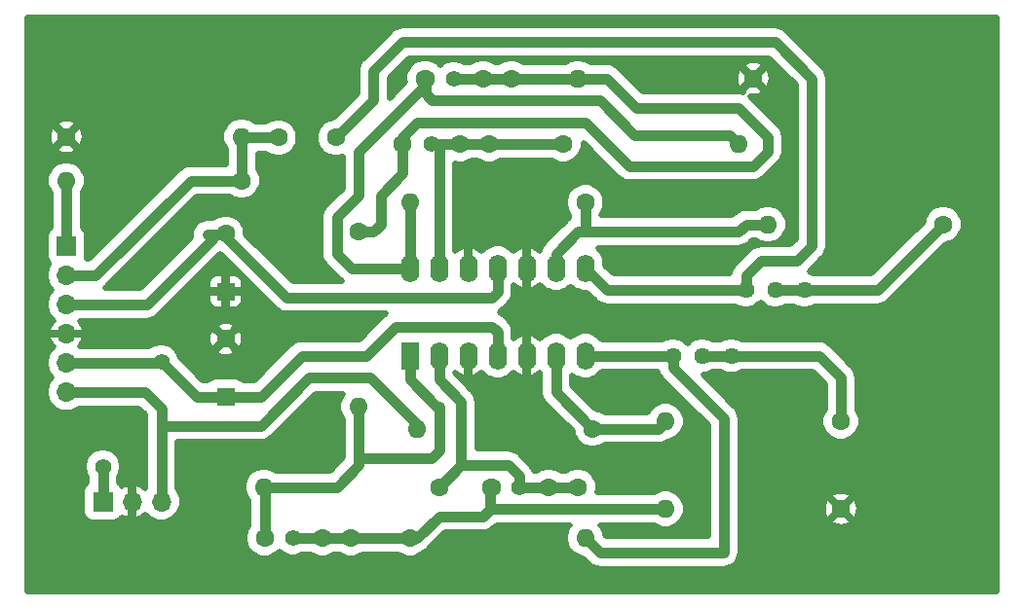
<source format=gbr>
G04 #@! TF.GenerationSoftware,KiCad,Pcbnew,(5.1.6)-1*
G04 #@! TF.CreationDate,2024-02-15T07:59:17+01:00*
G04 #@! TF.ProjectId,AetS_Spectrum_1way,41657453-5f53-4706-9563-7472756d5f31,rev?*
G04 #@! TF.SameCoordinates,Original*
G04 #@! TF.FileFunction,Copper,L2,Bot*
G04 #@! TF.FilePolarity,Positive*
%FSLAX46Y46*%
G04 Gerber Fmt 4.6, Leading zero omitted, Abs format (unit mm)*
G04 Created by KiCad (PCBNEW (5.1.6)-1) date 2024-02-15 07:59:17*
%MOMM*%
%LPD*%
G01*
G04 APERTURE LIST*
G04 #@! TA.AperFunction,ComponentPad*
%ADD10R,1.700000X1.700000*%
G04 #@! TD*
G04 #@! TA.AperFunction,ComponentPad*
%ADD11O,1.700000X1.700000*%
G04 #@! TD*
G04 #@! TA.AperFunction,ComponentPad*
%ADD12C,1.400000*%
G04 #@! TD*
G04 #@! TA.AperFunction,ComponentPad*
%ADD13C,1.600000*%
G04 #@! TD*
G04 #@! TA.AperFunction,ComponentPad*
%ADD14R,1.600000X1.600000*%
G04 #@! TD*
G04 #@! TA.AperFunction,ComponentPad*
%ADD15O,1.600000X1.600000*%
G04 #@! TD*
G04 #@! TA.AperFunction,ComponentPad*
%ADD16C,1.440000*%
G04 #@! TD*
G04 #@! TA.AperFunction,ComponentPad*
%ADD17R,1.600000X2.400000*%
G04 #@! TD*
G04 #@! TA.AperFunction,ComponentPad*
%ADD18O,1.600000X2.400000*%
G04 #@! TD*
G04 #@! TA.AperFunction,ViaPad*
%ADD19C,1.400000*%
G04 #@! TD*
G04 #@! TA.AperFunction,Conductor*
%ADD20C,0.900000*%
G04 #@! TD*
G04 #@! TA.AperFunction,Conductor*
%ADD21C,0.508000*%
G04 #@! TD*
G04 APERTURE END LIST*
D10*
X165100000Y-73660000D03*
D11*
X167640000Y-73660000D03*
X170180000Y-73660000D03*
D12*
X181610000Y-76835000D03*
X179110000Y-76835000D03*
D13*
X184150000Y-76835000D03*
X179150000Y-76835000D03*
X175768000Y-59516000D03*
D14*
X175768000Y-64516000D03*
D12*
X201255000Y-72390000D03*
X198755000Y-72390000D03*
D13*
X198835000Y-72390000D03*
X203835000Y-72390000D03*
D14*
X175768000Y-55372000D03*
D13*
X175768000Y-50372000D03*
D12*
X195580000Y-36830000D03*
X193080000Y-36830000D03*
D13*
X198120000Y-36830000D03*
X193120000Y-36830000D03*
D12*
X193635000Y-42545000D03*
X191135000Y-42545000D03*
D13*
X191135000Y-42545000D03*
X196135000Y-42545000D03*
X180340000Y-41990000D03*
X185340000Y-41990000D03*
X179150000Y-76835000D03*
X186650000Y-76835000D03*
X206375000Y-72390000D03*
X198875000Y-72390000D03*
X193080000Y-36830000D03*
X200580000Y-36830000D03*
X198635000Y-42545000D03*
X191135000Y-42545000D03*
D10*
X161925000Y-51435000D03*
D11*
X161925000Y-53975000D03*
X161925000Y-56515000D03*
X161925000Y-59055000D03*
X161925000Y-61595000D03*
X161925000Y-64135000D03*
D13*
X191770000Y-76835000D03*
D15*
X207010000Y-76835000D03*
D13*
X229235000Y-74295000D03*
D15*
X213995000Y-74295000D03*
D13*
X207645000Y-67310000D03*
D15*
X192405000Y-67310000D03*
X179070000Y-72390000D03*
D13*
X194310000Y-72390000D03*
D15*
X213995000Y-66675000D03*
D13*
X229235000Y-66675000D03*
D15*
X187325000Y-65405000D03*
D13*
X187325000Y-50165000D03*
D15*
X206375000Y-36830000D03*
D13*
X221615000Y-36830000D03*
X205105000Y-42545000D03*
D15*
X220345000Y-42545000D03*
D13*
X207010000Y-47625000D03*
D15*
X191770000Y-47625000D03*
X222885000Y-49530000D03*
D13*
X238125000Y-49530000D03*
D15*
X161925000Y-45720000D03*
D13*
X177165000Y-45720000D03*
X161925000Y-41910000D03*
D15*
X177165000Y-41910000D03*
D16*
X219710000Y-60960000D03*
X217170000Y-60960000D03*
X214630000Y-60960000D03*
X220980000Y-55245000D03*
X223520000Y-55245000D03*
X226060000Y-55245000D03*
D17*
X191770000Y-60960000D03*
D18*
X207010000Y-53340000D03*
X194310000Y-60960000D03*
X204470000Y-53340000D03*
X196850000Y-60960000D03*
X201930000Y-53340000D03*
X199390000Y-60960000D03*
X199390000Y-53340000D03*
X201930000Y-60960000D03*
X196850000Y-53340000D03*
X204470000Y-60960000D03*
X194310000Y-53340000D03*
X207010000Y-60960000D03*
X191770000Y-53340000D03*
D19*
X165100000Y-70611986D03*
X170180004Y-61468000D03*
D20*
X198755000Y-74295000D02*
X198755000Y-72390000D01*
X213995000Y-74295000D02*
X198755000Y-74295000D01*
X191770000Y-76835000D02*
X186650000Y-76835000D01*
X181610000Y-76835000D02*
X184150000Y-76835000D01*
X186650000Y-76835000D02*
X184150000Y-76835000D01*
X198120000Y-74930000D02*
X198755000Y-74295000D01*
X194310000Y-74930000D02*
X198120000Y-74930000D01*
X191770000Y-76835000D02*
X192405000Y-76835000D01*
X192405000Y-76835000D02*
X194310000Y-74930000D01*
X179150000Y-72470000D02*
X179070000Y-72390000D01*
X179150000Y-76835000D02*
X179150000Y-72470000D01*
X187325000Y-65405000D02*
X187325000Y-67945000D01*
X185420000Y-72390000D02*
X179070000Y-72390000D01*
X187325000Y-67945000D02*
X187325000Y-70485000D01*
X187325000Y-70485000D02*
X185420000Y-72390000D01*
X191770000Y-63060000D02*
X191770000Y-60960000D01*
X187325000Y-69850000D02*
X193675000Y-69850000D01*
X193675000Y-69850000D02*
X194310000Y-69215000D01*
X194310000Y-69215000D02*
X194310000Y-65405000D01*
X187325000Y-67945000D02*
X187325000Y-69850000D01*
X194310000Y-65405000D02*
X194115000Y-65405000D01*
X194115000Y-65405000D02*
X191770000Y-63060000D01*
X165100000Y-73660000D02*
X165100000Y-70611986D01*
X178816000Y-64516000D02*
X182372000Y-60960000D01*
X175768000Y-64516000D02*
X178816000Y-64516000D01*
X187960000Y-60960000D02*
X190500000Y-58420000D01*
X199390000Y-58860000D02*
X199390000Y-60960000D01*
X198950000Y-58420000D02*
X199390000Y-58860000D01*
X182372000Y-60960000D02*
X187960000Y-60960000D01*
X190500000Y-58420000D02*
X198950000Y-58420000D01*
X161925000Y-61595000D02*
X170053004Y-61595000D01*
X175768000Y-64516000D02*
X173228004Y-64516000D01*
X170053004Y-61595000D02*
X170180004Y-61468000D01*
X173228004Y-64516000D02*
X170180004Y-61468000D01*
X201255000Y-72390000D02*
X203835000Y-72390000D01*
X203835000Y-72390000D02*
X206375000Y-72390000D01*
X201255000Y-71400051D02*
X200339949Y-70485000D01*
X201255000Y-72390000D02*
X201255000Y-71400051D01*
X200339949Y-70485000D02*
X196215000Y-70485000D01*
X196215000Y-70485000D02*
X194310000Y-72390000D01*
X196215000Y-64965000D02*
X196215000Y-70485000D01*
X194310000Y-63060000D02*
X196215000Y-64965000D01*
X194310000Y-60960000D02*
X194310000Y-63060000D01*
X198950000Y-55880000D02*
X199390000Y-55440000D01*
X181038500Y-55880000D02*
X198950000Y-55880000D01*
X168910000Y-56515000D02*
X174585000Y-50840000D01*
X199390000Y-55440000D02*
X199390000Y-53340000D01*
X174154999Y-50409999D02*
X175568499Y-50409999D01*
X161925000Y-56515000D02*
X168910000Y-56515000D01*
X174585000Y-50840000D02*
X174154999Y-50409999D01*
X175568499Y-50409999D02*
X181038500Y-55880000D01*
X200660000Y-36750000D02*
X200580000Y-36830000D01*
X195580000Y-36830000D02*
X198120000Y-36830000D01*
X200580000Y-36830000D02*
X198120000Y-36830000D01*
X200580000Y-36830000D02*
X206375000Y-36830000D01*
X220345000Y-39370000D02*
X211455000Y-39370000D01*
X211455000Y-39370000D02*
X208915000Y-36830000D01*
X222885000Y-41910000D02*
X220345000Y-39370000D01*
X222885000Y-43180000D02*
X222885000Y-41910000D01*
X191135000Y-41910000D02*
X192405000Y-40640000D01*
X191135000Y-42545000D02*
X191135000Y-41910000D01*
X192405000Y-40640000D02*
X207010000Y-40640000D01*
X207010000Y-40640000D02*
X210820000Y-44450000D01*
X208915000Y-36830000D02*
X206375000Y-36830000D01*
X210820000Y-44450000D02*
X221615000Y-44450000D01*
X221615000Y-44450000D02*
X222885000Y-43180000D01*
X191135000Y-45085000D02*
X191135000Y-42545000D01*
X189230000Y-46990000D02*
X191135000Y-45085000D01*
X189230000Y-49530000D02*
X189230000Y-46990000D01*
X187325000Y-50165000D02*
X188595000Y-50165000D01*
X188595000Y-50165000D02*
X189230000Y-49530000D01*
X193635000Y-42545000D02*
X196135000Y-42545000D01*
X196135000Y-42545000D02*
X198635000Y-42545000D01*
X198635000Y-42545000D02*
X205105000Y-42545000D01*
X194310000Y-42545000D02*
X196135000Y-42545000D01*
X194310000Y-53340000D02*
X194310000Y-42545000D01*
X177165000Y-41910000D02*
X177165000Y-45720000D01*
X177245000Y-41990000D02*
X177165000Y-41910000D01*
X180340000Y-41990000D02*
X177245000Y-41990000D01*
X172720000Y-45720000D02*
X177165000Y-45720000D01*
X161925000Y-53975000D02*
X164465000Y-53975000D01*
X164465000Y-53975000D02*
X172720000Y-45720000D01*
X208915000Y-55245000D02*
X220980000Y-55245000D01*
X207010000Y-53340000D02*
X208915000Y-55245000D01*
X188595000Y-38735000D02*
X185340000Y-41990000D01*
X188595000Y-36195000D02*
X188595000Y-38735000D01*
X191135000Y-33655000D02*
X188595000Y-36195000D01*
X223520000Y-33655000D02*
X191135000Y-33655000D01*
X220980000Y-53975000D02*
X222250000Y-52705000D01*
X220980000Y-55245000D02*
X220980000Y-53975000D01*
X222250000Y-52705000D02*
X225425000Y-52705000D01*
X225425000Y-52705000D02*
X226695000Y-51435000D01*
X226695000Y-51435000D02*
X226695000Y-36830000D01*
X226695000Y-36830000D02*
X223520000Y-33655000D01*
X170180000Y-65532000D02*
X170180000Y-73660000D01*
X161925000Y-64135000D02*
X168783000Y-64135000D01*
X168783000Y-64135000D02*
X170180000Y-65532000D01*
X170180000Y-67056000D02*
X178816000Y-67056000D01*
X170180000Y-73660000D02*
X170180000Y-67056000D01*
X192405000Y-66929000D02*
X192405000Y-67310000D01*
X178816000Y-67056000D02*
X183007000Y-62865000D01*
X183007000Y-62865000D02*
X188341000Y-62865000D01*
X188341000Y-62865000D02*
X192405000Y-66929000D01*
X161925000Y-51435000D02*
X161925000Y-49685000D01*
X161925000Y-49685000D02*
X161925000Y-45720000D01*
X207010000Y-60960000D02*
X214630000Y-60960000D01*
X208280000Y-78105000D02*
X207010000Y-76835000D01*
X219075000Y-78105000D02*
X208280000Y-78105000D01*
X219075000Y-66423233D02*
X219075000Y-78105000D01*
X214630000Y-60960000D02*
X214630000Y-61978233D01*
X214630000Y-61978233D02*
X219075000Y-66423233D01*
X204470000Y-64135000D02*
X207645000Y-67310000D01*
X204470000Y-60960000D02*
X204470000Y-64135000D01*
X213360000Y-67310000D02*
X213995000Y-66675000D01*
X207645000Y-67310000D02*
X213360000Y-67310000D01*
X217170000Y-60960000D02*
X219710000Y-60960000D01*
X219710000Y-60960000D02*
X227330000Y-60960000D01*
X229235000Y-62865000D02*
X229235000Y-66675000D01*
X227330000Y-60960000D02*
X229235000Y-62865000D01*
X207010000Y-47625000D02*
X207010000Y-50165000D01*
X220980000Y-49530000D02*
X222885000Y-49530000D01*
X220345000Y-50165000D02*
X220980000Y-49530000D01*
X207010000Y-50165000D02*
X220345000Y-50165000D01*
X206375000Y-50165000D02*
X207010000Y-50165000D01*
X204470000Y-53340000D02*
X204470000Y-52070000D01*
X204470000Y-52070000D02*
X206375000Y-50165000D01*
X191770000Y-53340000D02*
X191770000Y-50800000D01*
X191770000Y-50800000D02*
X191770000Y-47625000D01*
X193120000Y-38180000D02*
X193120000Y-36830000D01*
X193675000Y-38735000D02*
X193120000Y-38180000D01*
X208280000Y-38735000D02*
X193675000Y-38735000D01*
X211290001Y-41745001D02*
X208280000Y-38735000D01*
X220345000Y-42545000D02*
X219545001Y-41745001D01*
X219545001Y-41745001D02*
X211290001Y-41745001D01*
X186690000Y-53340000D02*
X191770000Y-53340000D01*
X193120000Y-37385000D02*
X187325000Y-43180000D01*
X193120000Y-36830000D02*
X193120000Y-37385000D01*
X187325000Y-43180000D02*
X187325000Y-46990000D01*
X187325000Y-46990000D02*
X185420000Y-48895000D01*
X185420000Y-48895000D02*
X185420000Y-52070000D01*
X185420000Y-52070000D02*
X186690000Y-53340000D01*
X238125000Y-49530000D02*
X234315000Y-53340000D01*
X223520000Y-55245000D02*
X226060000Y-55245000D01*
X232410000Y-55245000D02*
X234315000Y-53340000D01*
X226060000Y-55245000D02*
X232410000Y-55245000D01*
D21*
G36*
X242786001Y-81496000D02*
G01*
X158534000Y-81496000D01*
X158534000Y-72810000D01*
X163291385Y-72810000D01*
X163291385Y-74510000D01*
X163309805Y-74697017D01*
X163364355Y-74876846D01*
X163452941Y-75042578D01*
X163572157Y-75187843D01*
X163717422Y-75307059D01*
X163883154Y-75395645D01*
X164062983Y-75450195D01*
X164250000Y-75468615D01*
X165950000Y-75468615D01*
X166137017Y-75450195D01*
X166316846Y-75395645D01*
X166482578Y-75307059D01*
X166627843Y-75187843D01*
X166747059Y-75042578D01*
X166763549Y-75011727D01*
X166771836Y-75018251D01*
X167053499Y-75161523D01*
X167293457Y-75234310D01*
X167544000Y-75078255D01*
X167544000Y-73756000D01*
X167524000Y-73756000D01*
X167524000Y-73564000D01*
X167544000Y-73564000D01*
X167544000Y-72241745D01*
X167293457Y-72085690D01*
X167053499Y-72158477D01*
X166771836Y-72301749D01*
X166763549Y-72308273D01*
X166747059Y-72277422D01*
X166627843Y-72132157D01*
X166504000Y-72030522D01*
X166504000Y-71487874D01*
X166565756Y-71395449D01*
X166690438Y-71094440D01*
X166754000Y-70774891D01*
X166754000Y-70449081D01*
X166690438Y-70129532D01*
X166565756Y-69828523D01*
X166384746Y-69557622D01*
X166154364Y-69327240D01*
X165883463Y-69146230D01*
X165582454Y-69021548D01*
X165262905Y-68957986D01*
X164937095Y-68957986D01*
X164617546Y-69021548D01*
X164316537Y-69146230D01*
X164045636Y-69327240D01*
X163815254Y-69557622D01*
X163634244Y-69828523D01*
X163509562Y-70129532D01*
X163446000Y-70449081D01*
X163446000Y-70774891D01*
X163509562Y-71094440D01*
X163634244Y-71395449D01*
X163696001Y-71487875D01*
X163696001Y-72030521D01*
X163572157Y-72132157D01*
X163452941Y-72277422D01*
X163364355Y-72443154D01*
X163309805Y-72622983D01*
X163291385Y-72810000D01*
X158534000Y-72810000D01*
X158534000Y-50585000D01*
X160116385Y-50585000D01*
X160116385Y-52285000D01*
X160134805Y-52472017D01*
X160189355Y-52651846D01*
X160277941Y-52817578D01*
X160397157Y-52962843D01*
X160419434Y-52981125D01*
X160326316Y-53120485D01*
X160190327Y-53448793D01*
X160121000Y-53797321D01*
X160121000Y-54152679D01*
X160190327Y-54501207D01*
X160326316Y-54829515D01*
X160523742Y-55124983D01*
X160643759Y-55245000D01*
X160523742Y-55365017D01*
X160326316Y-55660485D01*
X160190327Y-55988793D01*
X160121000Y-56337321D01*
X160121000Y-56692679D01*
X160190327Y-57041207D01*
X160326316Y-57369515D01*
X160523742Y-57664983D01*
X160775017Y-57916258D01*
X160782455Y-57921228D01*
X160762218Y-57938536D01*
X160566749Y-58186836D01*
X160423477Y-58468499D01*
X160350690Y-58708457D01*
X160506745Y-58959000D01*
X161829000Y-58959000D01*
X161829000Y-58939000D01*
X162021000Y-58939000D01*
X162021000Y-58959000D01*
X163343255Y-58959000D01*
X163499310Y-58708457D01*
X163428599Y-58475342D01*
X174863106Y-58475342D01*
X175768000Y-59380235D01*
X176672894Y-58475342D01*
X176611170Y-58192151D01*
X176336699Y-58053094D01*
X176040373Y-57970255D01*
X175733579Y-57946819D01*
X175428108Y-57983685D01*
X175135699Y-58079438D01*
X174924830Y-58192151D01*
X174863106Y-58475342D01*
X163428599Y-58475342D01*
X163426523Y-58468499D01*
X163283251Y-58186836D01*
X163087782Y-57938536D01*
X163067545Y-57921228D01*
X163070879Y-57919000D01*
X168841037Y-57919000D01*
X168910000Y-57925792D01*
X168978963Y-57919000D01*
X168978970Y-57919000D01*
X169185232Y-57898685D01*
X169449887Y-57818403D01*
X169693795Y-57688032D01*
X169907581Y-57512581D01*
X169951550Y-57459005D01*
X171238555Y-56172000D01*
X174202313Y-56172000D01*
X174217025Y-56321378D01*
X174260597Y-56465016D01*
X174331355Y-56597393D01*
X174426578Y-56713422D01*
X174542607Y-56808645D01*
X174674984Y-56879403D01*
X174818622Y-56922975D01*
X174968000Y-56937687D01*
X175481500Y-56934000D01*
X175672000Y-56743500D01*
X175672000Y-55468000D01*
X175864000Y-55468000D01*
X175864000Y-56743500D01*
X176054500Y-56934000D01*
X176568000Y-56937687D01*
X176717378Y-56922975D01*
X176861016Y-56879403D01*
X176993393Y-56808645D01*
X177109422Y-56713422D01*
X177204645Y-56597393D01*
X177275403Y-56465016D01*
X177318975Y-56321378D01*
X177333687Y-56172000D01*
X177330000Y-55658500D01*
X177139500Y-55468000D01*
X175864000Y-55468000D01*
X175672000Y-55468000D01*
X174396500Y-55468000D01*
X174206000Y-55658500D01*
X174202313Y-56172000D01*
X171238555Y-56172000D01*
X172838555Y-54572000D01*
X174202313Y-54572000D01*
X174206000Y-55085500D01*
X174396500Y-55276000D01*
X175672000Y-55276000D01*
X175672000Y-54000500D01*
X175864000Y-54000500D01*
X175864000Y-55276000D01*
X177139500Y-55276000D01*
X177330000Y-55085500D01*
X177333687Y-54572000D01*
X177318975Y-54422622D01*
X177275403Y-54278984D01*
X177204645Y-54146607D01*
X177109422Y-54030578D01*
X176993393Y-53935355D01*
X176861016Y-53864597D01*
X176717378Y-53821025D01*
X176568000Y-53806313D01*
X176054500Y-53810000D01*
X175864000Y-54000500D01*
X175672000Y-54000500D01*
X175481500Y-53810000D01*
X174968000Y-53806313D01*
X174818622Y-53821025D01*
X174674984Y-53864597D01*
X174542607Y-53935355D01*
X174426578Y-54030578D01*
X174331355Y-54146607D01*
X174260597Y-54278984D01*
X174217025Y-54422622D01*
X174202313Y-54572000D01*
X172838555Y-54572000D01*
X175291750Y-52118806D01*
X179996954Y-56824010D01*
X180040919Y-56877581D01*
X180254705Y-57053032D01*
X180413653Y-57137991D01*
X180498612Y-57183403D01*
X180763268Y-57263685D01*
X180969530Y-57284000D01*
X180969537Y-57284000D01*
X181038500Y-57290792D01*
X181107463Y-57284000D01*
X189671082Y-57284000D01*
X189502419Y-57422419D01*
X189458454Y-57475990D01*
X187378445Y-59556000D01*
X182440962Y-59556000D01*
X182371999Y-59549208D01*
X182303036Y-59556000D01*
X182303030Y-59556000D01*
X182125581Y-59573477D01*
X182096767Y-59576315D01*
X182041659Y-59593032D01*
X181832113Y-59656597D01*
X181588205Y-59786968D01*
X181374419Y-59962419D01*
X181330454Y-60015990D01*
X178234445Y-63112000D01*
X177306444Y-63112000D01*
X177245843Y-63038157D01*
X177100578Y-62918941D01*
X176934846Y-62830355D01*
X176755017Y-62775805D01*
X176568000Y-62757385D01*
X174968000Y-62757385D01*
X174780983Y-62775805D01*
X174601154Y-62830355D01*
X174435422Y-62918941D01*
X174290157Y-63038157D01*
X174229556Y-63112000D01*
X173809560Y-63112000D01*
X171792128Y-61094569D01*
X171770442Y-60985546D01*
X171645760Y-60684537D01*
X171560315Y-60556658D01*
X174863106Y-60556658D01*
X174924830Y-60839849D01*
X175199301Y-60978906D01*
X175495627Y-61061745D01*
X175802421Y-61085181D01*
X176107892Y-61048315D01*
X176400301Y-60952562D01*
X176611170Y-60839849D01*
X176672894Y-60556658D01*
X175768000Y-59651765D01*
X174863106Y-60556658D01*
X171560315Y-60556658D01*
X171464750Y-60413636D01*
X171234368Y-60183254D01*
X170963467Y-60002244D01*
X170662458Y-59877562D01*
X170342909Y-59814000D01*
X170017099Y-59814000D01*
X169697550Y-59877562D01*
X169396541Y-60002244D01*
X169125640Y-60183254D01*
X169117894Y-60191000D01*
X163070879Y-60191000D01*
X163067545Y-60188772D01*
X163087782Y-60171464D01*
X163283251Y-59923164D01*
X163426523Y-59641501D01*
X163454150Y-59550421D01*
X174198819Y-59550421D01*
X174235685Y-59855892D01*
X174331438Y-60148301D01*
X174444151Y-60359170D01*
X174727342Y-60420894D01*
X175632235Y-59516000D01*
X175903765Y-59516000D01*
X176808658Y-60420894D01*
X177091849Y-60359170D01*
X177230906Y-60084699D01*
X177313745Y-59788373D01*
X177337181Y-59481579D01*
X177300315Y-59176108D01*
X177204562Y-58883699D01*
X177091849Y-58672830D01*
X176808658Y-58611106D01*
X175903765Y-59516000D01*
X175632235Y-59516000D01*
X174727342Y-58611106D01*
X174444151Y-58672830D01*
X174305094Y-58947301D01*
X174222255Y-59243627D01*
X174198819Y-59550421D01*
X163454150Y-59550421D01*
X163499310Y-59401543D01*
X163343255Y-59151000D01*
X162021000Y-59151000D01*
X162021000Y-59171000D01*
X161829000Y-59171000D01*
X161829000Y-59151000D01*
X160506745Y-59151000D01*
X160350690Y-59401543D01*
X160423477Y-59641501D01*
X160566749Y-59923164D01*
X160762218Y-60171464D01*
X160782455Y-60188772D01*
X160775017Y-60193742D01*
X160523742Y-60445017D01*
X160326316Y-60740485D01*
X160190327Y-61068793D01*
X160121000Y-61417321D01*
X160121000Y-61772679D01*
X160190327Y-62121207D01*
X160326316Y-62449515D01*
X160523742Y-62744983D01*
X160643759Y-62865000D01*
X160523742Y-62985017D01*
X160326316Y-63280485D01*
X160190327Y-63608793D01*
X160121000Y-63957321D01*
X160121000Y-64312679D01*
X160190327Y-64661207D01*
X160326316Y-64989515D01*
X160523742Y-65284983D01*
X160775017Y-65536258D01*
X161070485Y-65733684D01*
X161398793Y-65869673D01*
X161747321Y-65939000D01*
X162102679Y-65939000D01*
X162451207Y-65869673D01*
X162779515Y-65733684D01*
X163070879Y-65539000D01*
X168201445Y-65539000D01*
X168776000Y-66113556D01*
X168776000Y-66987028D01*
X168769207Y-67056000D01*
X168776000Y-67124972D01*
X168776001Y-69614405D01*
X168776000Y-72514120D01*
X168773772Y-72517455D01*
X168756464Y-72497218D01*
X168508164Y-72301749D01*
X168226501Y-72158477D01*
X167986543Y-72085690D01*
X167736000Y-72241745D01*
X167736000Y-73564000D01*
X167756000Y-73564000D01*
X167756000Y-73756000D01*
X167736000Y-73756000D01*
X167736000Y-75078255D01*
X167986543Y-75234310D01*
X168226501Y-75161523D01*
X168508164Y-75018251D01*
X168756464Y-74822782D01*
X168773772Y-74802545D01*
X168778742Y-74809983D01*
X169030017Y-75061258D01*
X169325485Y-75258684D01*
X169653793Y-75394673D01*
X170002321Y-75464000D01*
X170357679Y-75464000D01*
X170706207Y-75394673D01*
X171034515Y-75258684D01*
X171329983Y-75061258D01*
X171581258Y-74809983D01*
X171778684Y-74514515D01*
X171914673Y-74186207D01*
X171984000Y-73837679D01*
X171984000Y-73482321D01*
X171914673Y-73133793D01*
X171778684Y-72805485D01*
X171584000Y-72514121D01*
X171584000Y-68460000D01*
X178747037Y-68460000D01*
X178816000Y-68466792D01*
X178884963Y-68460000D01*
X178884970Y-68460000D01*
X179091232Y-68439685D01*
X179355887Y-68359403D01*
X179599795Y-68229032D01*
X179813581Y-68053581D01*
X179857550Y-68000005D01*
X183588556Y-64269000D01*
X185980469Y-64269000D01*
X185962579Y-64286890D01*
X185770625Y-64574169D01*
X185638405Y-64893377D01*
X185571000Y-65232246D01*
X185571000Y-65577754D01*
X185638405Y-65916623D01*
X185770625Y-66235831D01*
X185921000Y-66460883D01*
X185921001Y-67876021D01*
X185921000Y-67876031D01*
X185921001Y-69781022D01*
X185914207Y-69850000D01*
X185919608Y-69904836D01*
X184838445Y-70986000D01*
X180125883Y-70986000D01*
X179900831Y-70835625D01*
X179581623Y-70703405D01*
X179242754Y-70636000D01*
X178897246Y-70636000D01*
X178558377Y-70703405D01*
X178239169Y-70835625D01*
X177951890Y-71027579D01*
X177707579Y-71271890D01*
X177515625Y-71559169D01*
X177383405Y-71878377D01*
X177316000Y-72217246D01*
X177316000Y-72562754D01*
X177383405Y-72901623D01*
X177515625Y-73220831D01*
X177707579Y-73508110D01*
X177746001Y-73546532D01*
X177746000Y-75779117D01*
X177595625Y-76004169D01*
X177463405Y-76323377D01*
X177396000Y-76662246D01*
X177396000Y-77007754D01*
X177463405Y-77346623D01*
X177595625Y-77665831D01*
X177787579Y-77953110D01*
X178031890Y-78197421D01*
X178319169Y-78389375D01*
X178638377Y-78521595D01*
X178977246Y-78589000D01*
X179322754Y-78589000D01*
X179661623Y-78521595D01*
X179980831Y-78389375D01*
X180268110Y-78197421D01*
X180450711Y-78014821D01*
X180555636Y-78119746D01*
X180826537Y-78300756D01*
X181127546Y-78425438D01*
X181447095Y-78489000D01*
X181772905Y-78489000D01*
X182092454Y-78425438D01*
X182393463Y-78300756D01*
X182485888Y-78239000D01*
X183094117Y-78239000D01*
X183319169Y-78389375D01*
X183638377Y-78521595D01*
X183977246Y-78589000D01*
X184322754Y-78589000D01*
X184661623Y-78521595D01*
X184980831Y-78389375D01*
X185205883Y-78239000D01*
X185594117Y-78239000D01*
X185819169Y-78389375D01*
X186138377Y-78521595D01*
X186477246Y-78589000D01*
X186822754Y-78589000D01*
X187161623Y-78521595D01*
X187480831Y-78389375D01*
X187705883Y-78239000D01*
X190714117Y-78239000D01*
X190939169Y-78389375D01*
X191258377Y-78521595D01*
X191597246Y-78589000D01*
X191942754Y-78589000D01*
X192281623Y-78521595D01*
X192600831Y-78389375D01*
X192888110Y-78197421D01*
X192949701Y-78135830D01*
X193188795Y-78008032D01*
X193402581Y-77832581D01*
X193446550Y-77779005D01*
X194891556Y-76334000D01*
X198051037Y-76334000D01*
X198120000Y-76340792D01*
X198188963Y-76334000D01*
X198188970Y-76334000D01*
X198395232Y-76313685D01*
X198659887Y-76233403D01*
X198903795Y-76103032D01*
X199117581Y-75927581D01*
X199161550Y-75874005D01*
X199336555Y-75699000D01*
X205665469Y-75699000D01*
X205647579Y-75716890D01*
X205455625Y-76004169D01*
X205323405Y-76323377D01*
X205256000Y-76662246D01*
X205256000Y-77007754D01*
X205323405Y-77346623D01*
X205455625Y-77665831D01*
X205647579Y-77953110D01*
X205891890Y-78197421D01*
X206179169Y-78389375D01*
X206498377Y-78521595D01*
X206763845Y-78574400D01*
X207238450Y-79049005D01*
X207282419Y-79102581D01*
X207496205Y-79278032D01*
X207740113Y-79408403D01*
X207924485Y-79464331D01*
X208004767Y-79488685D01*
X208033581Y-79491523D01*
X208211030Y-79509000D01*
X208211036Y-79509000D01*
X208279999Y-79515792D01*
X208348962Y-79509000D01*
X219006030Y-79509000D01*
X219075000Y-79515793D01*
X219143970Y-79509000D01*
X219350232Y-79488685D01*
X219614887Y-79408403D01*
X219858795Y-79278032D01*
X220072581Y-79102581D01*
X220248032Y-78888795D01*
X220378403Y-78644887D01*
X220458685Y-78380232D01*
X220485793Y-78105000D01*
X220479000Y-78036030D01*
X220479000Y-75335658D01*
X228330106Y-75335658D01*
X228391830Y-75618849D01*
X228666301Y-75757906D01*
X228962627Y-75840745D01*
X229269421Y-75864181D01*
X229574892Y-75827315D01*
X229867301Y-75731562D01*
X230078170Y-75618849D01*
X230139894Y-75335658D01*
X229235000Y-74430765D01*
X228330106Y-75335658D01*
X220479000Y-75335658D01*
X220479000Y-74329421D01*
X227665819Y-74329421D01*
X227702685Y-74634892D01*
X227798438Y-74927301D01*
X227911151Y-75138170D01*
X228194342Y-75199894D01*
X229099235Y-74295000D01*
X229370765Y-74295000D01*
X230275658Y-75199894D01*
X230558849Y-75138170D01*
X230697906Y-74863699D01*
X230780745Y-74567373D01*
X230804181Y-74260579D01*
X230767315Y-73955108D01*
X230671562Y-73662699D01*
X230558849Y-73451830D01*
X230275658Y-73390106D01*
X229370765Y-74295000D01*
X229099235Y-74295000D01*
X228194342Y-73390106D01*
X227911151Y-73451830D01*
X227772094Y-73726301D01*
X227689255Y-74022627D01*
X227665819Y-74329421D01*
X220479000Y-74329421D01*
X220479000Y-73254342D01*
X228330106Y-73254342D01*
X229235000Y-74159235D01*
X230139894Y-73254342D01*
X230078170Y-72971151D01*
X229803699Y-72832094D01*
X229507373Y-72749255D01*
X229200579Y-72725819D01*
X228895108Y-72762685D01*
X228602699Y-72858438D01*
X228391830Y-72971151D01*
X228330106Y-73254342D01*
X220479000Y-73254342D01*
X220479000Y-66492195D01*
X220485792Y-66423232D01*
X220479000Y-66354269D01*
X220479000Y-66354263D01*
X220458685Y-66148001D01*
X220454776Y-66135113D01*
X220431511Y-66058419D01*
X220378403Y-65883346D01*
X220248032Y-65639438D01*
X220072580Y-65425652D01*
X220019009Y-65381687D01*
X217271322Y-62634000D01*
X217334875Y-62634000D01*
X217658288Y-62569669D01*
X217962936Y-62443480D01*
X218081886Y-62364000D01*
X218798114Y-62364000D01*
X218917064Y-62443480D01*
X219221712Y-62569669D01*
X219545125Y-62634000D01*
X219874875Y-62634000D01*
X220198288Y-62569669D01*
X220502936Y-62443480D01*
X220621886Y-62364000D01*
X226748445Y-62364000D01*
X227831000Y-63446556D01*
X227831001Y-65619116D01*
X227680625Y-65844169D01*
X227548405Y-66163377D01*
X227481000Y-66502246D01*
X227481000Y-66847754D01*
X227548405Y-67186623D01*
X227680625Y-67505831D01*
X227872579Y-67793110D01*
X228116890Y-68037421D01*
X228404169Y-68229375D01*
X228723377Y-68361595D01*
X229062246Y-68429000D01*
X229407754Y-68429000D01*
X229746623Y-68361595D01*
X230065831Y-68229375D01*
X230353110Y-68037421D01*
X230597421Y-67793110D01*
X230789375Y-67505831D01*
X230921595Y-67186623D01*
X230989000Y-66847754D01*
X230989000Y-66502246D01*
X230921595Y-66163377D01*
X230789375Y-65844169D01*
X230639000Y-65619117D01*
X230639000Y-62933963D01*
X230645792Y-62865000D01*
X230639000Y-62796037D01*
X230639000Y-62796030D01*
X230618685Y-62589768D01*
X230601278Y-62532383D01*
X230564762Y-62412008D01*
X230538403Y-62325113D01*
X230408032Y-62081205D01*
X230323524Y-61978233D01*
X230276547Y-61920991D01*
X230276541Y-61920985D01*
X230232580Y-61867419D01*
X230179015Y-61823459D01*
X228371550Y-60015995D01*
X228327581Y-59962419D01*
X228113795Y-59786968D01*
X227869887Y-59656597D01*
X227605232Y-59576315D01*
X227398970Y-59556000D01*
X227398963Y-59556000D01*
X227330000Y-59549208D01*
X227261037Y-59556000D01*
X220621886Y-59556000D01*
X220502936Y-59476520D01*
X220198288Y-59350331D01*
X219874875Y-59286000D01*
X219545125Y-59286000D01*
X219221712Y-59350331D01*
X218917064Y-59476520D01*
X218798114Y-59556000D01*
X218081886Y-59556000D01*
X217962936Y-59476520D01*
X217658288Y-59350331D01*
X217334875Y-59286000D01*
X217005125Y-59286000D01*
X216681712Y-59350331D01*
X216377064Y-59476520D01*
X216102887Y-59659719D01*
X215900000Y-59862606D01*
X215697113Y-59659719D01*
X215422936Y-59476520D01*
X215118288Y-59350331D01*
X214794875Y-59286000D01*
X214465125Y-59286000D01*
X214141712Y-59350331D01*
X213837064Y-59476520D01*
X213718114Y-59556000D01*
X208455089Y-59556000D01*
X208256266Y-59313734D01*
X207989184Y-59094546D01*
X207684473Y-58931675D01*
X207353843Y-58831380D01*
X207010000Y-58797514D01*
X206666156Y-58831380D01*
X206335526Y-58931675D01*
X206030815Y-59094546D01*
X205763734Y-59313734D01*
X205740000Y-59342654D01*
X205716266Y-59313734D01*
X205449184Y-59094546D01*
X205144473Y-58931675D01*
X204813843Y-58831380D01*
X204470000Y-58797514D01*
X204126156Y-58831380D01*
X203795526Y-58931675D01*
X203490815Y-59094546D01*
X203223734Y-59313734D01*
X203070941Y-59499913D01*
X202966619Y-59387617D01*
X202717980Y-59207910D01*
X202439060Y-59080163D01*
X202268707Y-59035165D01*
X202026000Y-59191864D01*
X202026000Y-60864000D01*
X202046000Y-60864000D01*
X202046000Y-61056000D01*
X202026000Y-61056000D01*
X202026000Y-62728136D01*
X202268707Y-62884835D01*
X202439060Y-62839837D01*
X202717980Y-62712090D01*
X202966619Y-62532383D01*
X203066000Y-62425406D01*
X203066001Y-64066027D01*
X203059208Y-64135000D01*
X203086315Y-64410232D01*
X203140238Y-64587990D01*
X203166598Y-64674887D01*
X203296969Y-64918795D01*
X203472420Y-65132581D01*
X203525990Y-65176545D01*
X205905601Y-67556156D01*
X205958405Y-67821623D01*
X206090625Y-68140831D01*
X206282579Y-68428110D01*
X206526890Y-68672421D01*
X206814169Y-68864375D01*
X207133377Y-68996595D01*
X207472246Y-69064000D01*
X207817754Y-69064000D01*
X208156623Y-68996595D01*
X208475831Y-68864375D01*
X208700883Y-68714000D01*
X213291037Y-68714000D01*
X213360000Y-68720792D01*
X213428963Y-68714000D01*
X213428970Y-68714000D01*
X213635232Y-68693685D01*
X213899887Y-68613403D01*
X214143795Y-68483032D01*
X214223030Y-68418005D01*
X214506623Y-68361595D01*
X214825831Y-68229375D01*
X215113110Y-68037421D01*
X215357421Y-67793110D01*
X215549375Y-67505831D01*
X215681595Y-67186623D01*
X215749000Y-66847754D01*
X215749000Y-66502246D01*
X215681595Y-66163377D01*
X215549375Y-65844169D01*
X215357421Y-65556890D01*
X215113110Y-65312579D01*
X214825831Y-65120625D01*
X214506623Y-64988405D01*
X214167754Y-64921000D01*
X213822246Y-64921000D01*
X213483377Y-64988405D01*
X213164169Y-65120625D01*
X212876890Y-65312579D01*
X212632579Y-65556890D01*
X212440625Y-65844169D01*
X212415014Y-65906000D01*
X208700883Y-65906000D01*
X208475831Y-65755625D01*
X208156623Y-65623405D01*
X207891156Y-65570601D01*
X205874000Y-63553445D01*
X205874000Y-62696758D01*
X206030816Y-62825454D01*
X206335527Y-62988325D01*
X206666157Y-63088620D01*
X207010000Y-63122486D01*
X207353844Y-63088620D01*
X207684474Y-62988325D01*
X207989185Y-62825454D01*
X208256266Y-62606266D01*
X208455089Y-62364000D01*
X213279845Y-62364000D01*
X213326597Y-62518120D01*
X213456968Y-62762028D01*
X213632420Y-62975814D01*
X213685991Y-63019779D01*
X217671000Y-67004788D01*
X217671001Y-76701000D01*
X208861555Y-76701000D01*
X208749400Y-76588845D01*
X208696595Y-76323377D01*
X208564375Y-76004169D01*
X208372421Y-75716890D01*
X208354531Y-75699000D01*
X212939117Y-75699000D01*
X213164169Y-75849375D01*
X213483377Y-75981595D01*
X213822246Y-76049000D01*
X214167754Y-76049000D01*
X214506623Y-75981595D01*
X214825831Y-75849375D01*
X215113110Y-75657421D01*
X215357421Y-75413110D01*
X215549375Y-75125831D01*
X215681595Y-74806623D01*
X215749000Y-74467754D01*
X215749000Y-74122246D01*
X215681595Y-73783377D01*
X215549375Y-73464169D01*
X215357421Y-73176890D01*
X215113110Y-72932579D01*
X214825831Y-72740625D01*
X214506623Y-72608405D01*
X214167754Y-72541000D01*
X213822246Y-72541000D01*
X213483377Y-72608405D01*
X213164169Y-72740625D01*
X212939117Y-72891000D01*
X208063708Y-72891000D01*
X208129000Y-72562754D01*
X208129000Y-72217246D01*
X208061595Y-71878377D01*
X207929375Y-71559169D01*
X207737421Y-71271890D01*
X207493110Y-71027579D01*
X207205831Y-70835625D01*
X206886623Y-70703405D01*
X206547754Y-70636000D01*
X206202246Y-70636000D01*
X205863377Y-70703405D01*
X205544169Y-70835625D01*
X205319117Y-70986000D01*
X204890883Y-70986000D01*
X204665831Y-70835625D01*
X204346623Y-70703405D01*
X204007754Y-70636000D01*
X203662246Y-70636000D01*
X203323377Y-70703405D01*
X203004169Y-70835625D01*
X202779117Y-70986000D01*
X202596575Y-70986000D01*
X202594514Y-70979207D01*
X202558403Y-70860163D01*
X202492036Y-70736000D01*
X202428032Y-70616256D01*
X202252581Y-70402470D01*
X202199005Y-70358501D01*
X201381499Y-69540995D01*
X201337530Y-69487419D01*
X201123744Y-69311968D01*
X200879836Y-69181597D01*
X200615181Y-69101315D01*
X200408919Y-69081000D01*
X200408912Y-69081000D01*
X200339949Y-69074208D01*
X200270986Y-69081000D01*
X197619000Y-69081000D01*
X197619000Y-65033963D01*
X197625792Y-64965000D01*
X197619000Y-64896037D01*
X197619000Y-64896030D01*
X197598685Y-64689768D01*
X197518403Y-64425113D01*
X197388032Y-64181205D01*
X197322401Y-64101235D01*
X197256547Y-64020991D01*
X197256541Y-64020985D01*
X197212580Y-63967419D01*
X197159015Y-63923459D01*
X195714000Y-62478445D01*
X195714000Y-62425406D01*
X195813381Y-62532383D01*
X196062020Y-62712090D01*
X196340940Y-62839837D01*
X196511293Y-62884835D01*
X196754000Y-62728136D01*
X196754000Y-61056000D01*
X196734000Y-61056000D01*
X196734000Y-60864000D01*
X196754000Y-60864000D01*
X196754000Y-60844000D01*
X196946000Y-60844000D01*
X196946000Y-60864000D01*
X196966000Y-60864000D01*
X196966000Y-61056000D01*
X196946000Y-61056000D01*
X196946000Y-62728136D01*
X197188707Y-62884835D01*
X197359060Y-62839837D01*
X197637980Y-62712090D01*
X197886619Y-62532383D01*
X197990941Y-62420087D01*
X198143735Y-62606266D01*
X198410816Y-62825454D01*
X198715527Y-62988325D01*
X199046157Y-63088620D01*
X199390000Y-63122486D01*
X199733844Y-63088620D01*
X200064474Y-62988325D01*
X200369185Y-62825454D01*
X200636266Y-62606266D01*
X200789059Y-62420087D01*
X200893381Y-62532383D01*
X201142020Y-62712090D01*
X201420940Y-62839837D01*
X201591293Y-62884835D01*
X201834000Y-62728136D01*
X201834000Y-61056000D01*
X201814000Y-61056000D01*
X201814000Y-60864000D01*
X201834000Y-60864000D01*
X201834000Y-59191864D01*
X201591293Y-59035165D01*
X201420940Y-59080163D01*
X201142020Y-59207910D01*
X200893381Y-59387617D01*
X200794000Y-59494594D01*
X200794000Y-58928963D01*
X200800792Y-58860000D01*
X200794000Y-58791037D01*
X200794000Y-58791030D01*
X200773685Y-58584768D01*
X200693403Y-58320113D01*
X200563032Y-58076205D01*
X200439590Y-57925792D01*
X200431547Y-57915992D01*
X200431546Y-57915991D01*
X200387580Y-57862419D01*
X200334009Y-57818454D01*
X199991550Y-57475995D01*
X199947581Y-57422419D01*
X199733795Y-57246968D01*
X199552380Y-57150000D01*
X199733795Y-57053032D01*
X199947581Y-56877581D01*
X199991550Y-56824005D01*
X200334009Y-56481546D01*
X200387580Y-56437581D01*
X200563032Y-56223795D01*
X200693403Y-55979887D01*
X200768208Y-55733288D01*
X200773685Y-55715233D01*
X200779077Y-55660485D01*
X200794000Y-55508970D01*
X200794000Y-55508963D01*
X200800792Y-55440000D01*
X200794000Y-55371037D01*
X200794000Y-54805406D01*
X200893381Y-54912383D01*
X201142020Y-55092090D01*
X201420940Y-55219837D01*
X201591293Y-55264835D01*
X201834000Y-55108136D01*
X201834000Y-53436000D01*
X201814000Y-53436000D01*
X201814000Y-53244000D01*
X201834000Y-53244000D01*
X201834000Y-51571864D01*
X201591293Y-51415165D01*
X201420940Y-51460163D01*
X201142020Y-51587910D01*
X200893381Y-51767617D01*
X200789059Y-51879913D01*
X200636266Y-51693734D01*
X200369184Y-51474546D01*
X200064473Y-51311675D01*
X199733843Y-51211380D01*
X199390000Y-51177514D01*
X199046156Y-51211380D01*
X198715526Y-51311675D01*
X198410815Y-51474546D01*
X198143734Y-51693734D01*
X197990941Y-51879913D01*
X197886619Y-51767617D01*
X197637980Y-51587910D01*
X197359060Y-51460163D01*
X197188707Y-51415165D01*
X196946000Y-51571864D01*
X196946000Y-53244000D01*
X196966000Y-53244000D01*
X196966000Y-53436000D01*
X196946000Y-53436000D01*
X196946000Y-53456000D01*
X196754000Y-53456000D01*
X196754000Y-53436000D01*
X196734000Y-53436000D01*
X196734000Y-53244000D01*
X196754000Y-53244000D01*
X196754000Y-51571864D01*
X196511293Y-51415165D01*
X196340940Y-51460163D01*
X196062020Y-51587910D01*
X195813381Y-51767617D01*
X195714000Y-51874594D01*
X195714000Y-44249621D01*
X195962246Y-44299000D01*
X196307754Y-44299000D01*
X196646623Y-44231595D01*
X196965831Y-44099375D01*
X197190883Y-43949000D01*
X197579117Y-43949000D01*
X197804169Y-44099375D01*
X198123377Y-44231595D01*
X198462246Y-44299000D01*
X198807754Y-44299000D01*
X199146623Y-44231595D01*
X199465831Y-44099375D01*
X199690883Y-43949000D01*
X204049117Y-43949000D01*
X204274169Y-44099375D01*
X204593377Y-44231595D01*
X204932246Y-44299000D01*
X205277754Y-44299000D01*
X205616623Y-44231595D01*
X205935831Y-44099375D01*
X206223110Y-43907421D01*
X206467421Y-43663110D01*
X206659375Y-43375831D01*
X206791595Y-43056623D01*
X206859000Y-42717754D01*
X206859000Y-42474555D01*
X209778454Y-45394010D01*
X209822419Y-45447581D01*
X210036205Y-45623032D01*
X210195153Y-45707991D01*
X210280112Y-45753403D01*
X210544768Y-45833685D01*
X210751030Y-45854000D01*
X210751037Y-45854000D01*
X210820000Y-45860792D01*
X210888963Y-45854000D01*
X221546037Y-45854000D01*
X221615000Y-45860792D01*
X221683963Y-45854000D01*
X221683970Y-45854000D01*
X221890232Y-45833685D01*
X222154887Y-45753403D01*
X222398795Y-45623032D01*
X222612581Y-45447581D01*
X222656550Y-45394005D01*
X223829009Y-44221546D01*
X223882580Y-44177581D01*
X224058032Y-43963795D01*
X224188403Y-43719887D01*
X224253287Y-43505992D01*
X224268685Y-43455233D01*
X224276505Y-43375831D01*
X224289000Y-43248970D01*
X224289000Y-43248964D01*
X224295792Y-43180001D01*
X224289000Y-43111038D01*
X224289000Y-41978962D01*
X224295792Y-41909999D01*
X224289000Y-41841036D01*
X224289000Y-41841030D01*
X224268685Y-41634768D01*
X224253288Y-41584009D01*
X224218633Y-41469768D01*
X224188403Y-41370113D01*
X224058032Y-41126205D01*
X223882581Y-40912419D01*
X223829009Y-40868453D01*
X221386550Y-38425995D01*
X221345490Y-38375964D01*
X221649421Y-38399181D01*
X221954892Y-38362315D01*
X222247301Y-38266562D01*
X222458170Y-38153849D01*
X222519894Y-37870658D01*
X221615000Y-36965765D01*
X220710106Y-37870658D01*
X220743462Y-38023696D01*
X220620232Y-37986315D01*
X220413970Y-37966000D01*
X220413963Y-37966000D01*
X220345000Y-37959208D01*
X220276037Y-37966000D01*
X212036556Y-37966000D01*
X210934977Y-36864421D01*
X220045819Y-36864421D01*
X220082685Y-37169892D01*
X220178438Y-37462301D01*
X220291151Y-37673170D01*
X220574342Y-37734894D01*
X221479235Y-36830000D01*
X221750765Y-36830000D01*
X222655658Y-37734894D01*
X222938849Y-37673170D01*
X223077906Y-37398699D01*
X223160745Y-37102373D01*
X223184181Y-36795579D01*
X223147315Y-36490108D01*
X223051562Y-36197699D01*
X222938849Y-35986830D01*
X222655658Y-35925106D01*
X221750765Y-36830000D01*
X221479235Y-36830000D01*
X220574342Y-35925106D01*
X220291151Y-35986830D01*
X220152094Y-36261301D01*
X220069255Y-36557627D01*
X220045819Y-36864421D01*
X210934977Y-36864421D01*
X209956550Y-35885995D01*
X209912581Y-35832419D01*
X209860092Y-35789342D01*
X220710106Y-35789342D01*
X221615000Y-36694235D01*
X222519894Y-35789342D01*
X222458170Y-35506151D01*
X222183699Y-35367094D01*
X221887373Y-35284255D01*
X221580579Y-35260819D01*
X221275108Y-35297685D01*
X220982699Y-35393438D01*
X220771830Y-35506151D01*
X220710106Y-35789342D01*
X209860092Y-35789342D01*
X209698795Y-35656968D01*
X209454887Y-35526597D01*
X209190232Y-35446315D01*
X208983970Y-35426000D01*
X208983963Y-35426000D01*
X208915000Y-35419208D01*
X208846037Y-35426000D01*
X207430883Y-35426000D01*
X207205831Y-35275625D01*
X206886623Y-35143405D01*
X206547754Y-35076000D01*
X206202246Y-35076000D01*
X205863377Y-35143405D01*
X205544169Y-35275625D01*
X205319117Y-35426000D01*
X201635883Y-35426000D01*
X201410831Y-35275625D01*
X201091623Y-35143405D01*
X200752754Y-35076000D01*
X200407246Y-35076000D01*
X200068377Y-35143405D01*
X199749169Y-35275625D01*
X199524117Y-35426000D01*
X199175883Y-35426000D01*
X198950831Y-35275625D01*
X198631623Y-35143405D01*
X198292754Y-35076000D01*
X197947246Y-35076000D01*
X197608377Y-35143405D01*
X197289169Y-35275625D01*
X197064117Y-35426000D01*
X196455888Y-35426000D01*
X196363463Y-35364244D01*
X196062454Y-35239562D01*
X195742905Y-35176000D01*
X195417095Y-35176000D01*
X195097546Y-35239562D01*
X194796537Y-35364244D01*
X194525636Y-35545254D01*
X194420711Y-35650180D01*
X194238110Y-35467579D01*
X193950831Y-35275625D01*
X193631623Y-35143405D01*
X193292754Y-35076000D01*
X192907246Y-35076000D01*
X192568377Y-35143405D01*
X192249169Y-35275625D01*
X191961890Y-35467579D01*
X191717579Y-35711890D01*
X191525625Y-35999169D01*
X191393405Y-36318377D01*
X191326000Y-36657246D01*
X191326000Y-37002754D01*
X191357637Y-37161807D01*
X189999000Y-38520444D01*
X189999000Y-36776555D01*
X191716556Y-35059000D01*
X222938445Y-35059000D01*
X225291001Y-37411557D01*
X225291000Y-50853445D01*
X224843445Y-51301000D01*
X222318962Y-51301000D01*
X222249999Y-51294208D01*
X222181036Y-51301000D01*
X222181030Y-51301000D01*
X222003581Y-51318477D01*
X221974767Y-51321315D01*
X221919659Y-51338032D01*
X221710113Y-51401597D01*
X221466205Y-51531968D01*
X221252419Y-51707419D01*
X221208450Y-51760995D01*
X220035991Y-52933454D01*
X219982420Y-52977419D01*
X219938455Y-53030990D01*
X219938453Y-53030992D01*
X219893018Y-53086354D01*
X219806969Y-53191205D01*
X219676597Y-53435113D01*
X219596315Y-53699768D01*
X219582405Y-53841000D01*
X209496556Y-53841000D01*
X208764000Y-53108445D01*
X208764000Y-52853841D01*
X208738620Y-52596156D01*
X208638325Y-52265526D01*
X208475454Y-51960815D01*
X208256266Y-51693734D01*
X208104277Y-51569000D01*
X220276037Y-51569000D01*
X220345000Y-51575792D01*
X220413963Y-51569000D01*
X220413970Y-51569000D01*
X220620232Y-51548685D01*
X220884887Y-51468403D01*
X221128795Y-51338032D01*
X221342581Y-51162581D01*
X221386550Y-51109005D01*
X221561555Y-50934000D01*
X221829117Y-50934000D01*
X222054169Y-51084375D01*
X222373377Y-51216595D01*
X222712246Y-51284000D01*
X223057754Y-51284000D01*
X223396623Y-51216595D01*
X223715831Y-51084375D01*
X224003110Y-50892421D01*
X224247421Y-50648110D01*
X224439375Y-50360831D01*
X224571595Y-50041623D01*
X224639000Y-49702754D01*
X224639000Y-49357246D01*
X224571595Y-49018377D01*
X224439375Y-48699169D01*
X224247421Y-48411890D01*
X224003110Y-48167579D01*
X223715831Y-47975625D01*
X223396623Y-47843405D01*
X223057754Y-47776000D01*
X222712246Y-47776000D01*
X222373377Y-47843405D01*
X222054169Y-47975625D01*
X221829117Y-48126000D01*
X221048963Y-48126000D01*
X220980000Y-48119208D01*
X220911037Y-48126000D01*
X220911030Y-48126000D01*
X220704768Y-48146315D01*
X220440112Y-48226597D01*
X220377101Y-48260277D01*
X220196205Y-48356968D01*
X219982419Y-48532419D01*
X219938450Y-48585995D01*
X219763445Y-48761000D01*
X208414000Y-48761000D01*
X208414000Y-48680883D01*
X208564375Y-48455831D01*
X208696595Y-48136623D01*
X208764000Y-47797754D01*
X208764000Y-47452246D01*
X208696595Y-47113377D01*
X208564375Y-46794169D01*
X208372421Y-46506890D01*
X208128110Y-46262579D01*
X207840831Y-46070625D01*
X207521623Y-45938405D01*
X207182754Y-45871000D01*
X206837246Y-45871000D01*
X206498377Y-45938405D01*
X206179169Y-46070625D01*
X205891890Y-46262579D01*
X205647579Y-46506890D01*
X205455625Y-46794169D01*
X205323405Y-47113377D01*
X205256000Y-47452246D01*
X205256000Y-47797754D01*
X205323405Y-48136623D01*
X205455625Y-48455831D01*
X205606000Y-48680883D01*
X205606001Y-48984060D01*
X205591205Y-48991968D01*
X205377419Y-49167419D01*
X205333454Y-49220990D01*
X203525992Y-51028453D01*
X203472420Y-51072419D01*
X203296969Y-51286205D01*
X203166597Y-51530113D01*
X203086315Y-51794768D01*
X203078882Y-51870237D01*
X203070941Y-51879913D01*
X202966619Y-51767617D01*
X202717980Y-51587910D01*
X202439060Y-51460163D01*
X202268707Y-51415165D01*
X202026000Y-51571864D01*
X202026000Y-53244000D01*
X202046000Y-53244000D01*
X202046000Y-53436000D01*
X202026000Y-53436000D01*
X202026000Y-55108136D01*
X202268707Y-55264835D01*
X202439060Y-55219837D01*
X202717980Y-55092090D01*
X202966619Y-54912383D01*
X203070941Y-54800087D01*
X203223735Y-54986266D01*
X203490816Y-55205454D01*
X203795527Y-55368325D01*
X204126157Y-55468620D01*
X204470000Y-55502486D01*
X204813844Y-55468620D01*
X205144474Y-55368325D01*
X205449185Y-55205454D01*
X205716266Y-54986266D01*
X205740000Y-54957346D01*
X205763735Y-54986266D01*
X206030816Y-55205454D01*
X206335527Y-55368325D01*
X206666157Y-55468620D01*
X207010000Y-55502486D01*
X207171067Y-55486622D01*
X207873454Y-56189010D01*
X207917419Y-56242581D01*
X208131205Y-56418032D01*
X208375113Y-56548403D01*
X208536612Y-56597393D01*
X208639767Y-56628685D01*
X208665851Y-56631254D01*
X208846030Y-56649000D01*
X208846037Y-56649000D01*
X208915000Y-56655792D01*
X208983963Y-56649000D01*
X220068114Y-56649000D01*
X220187064Y-56728480D01*
X220491712Y-56854669D01*
X220815125Y-56919000D01*
X221144875Y-56919000D01*
X221468288Y-56854669D01*
X221772936Y-56728480D01*
X222047113Y-56545281D01*
X222250000Y-56342394D01*
X222452887Y-56545281D01*
X222727064Y-56728480D01*
X223031712Y-56854669D01*
X223355125Y-56919000D01*
X223684875Y-56919000D01*
X224008288Y-56854669D01*
X224312936Y-56728480D01*
X224431886Y-56649000D01*
X225148114Y-56649000D01*
X225267064Y-56728480D01*
X225571712Y-56854669D01*
X225895125Y-56919000D01*
X226224875Y-56919000D01*
X226548288Y-56854669D01*
X226852936Y-56728480D01*
X226971886Y-56649000D01*
X232341037Y-56649000D01*
X232410000Y-56655792D01*
X232478963Y-56649000D01*
X232478970Y-56649000D01*
X232685232Y-56628685D01*
X232949887Y-56548403D01*
X233193795Y-56418032D01*
X233407581Y-56242581D01*
X233451550Y-56189005D01*
X235356547Y-54284009D01*
X235356551Y-54284004D01*
X238371156Y-51269399D01*
X238636623Y-51216595D01*
X238955831Y-51084375D01*
X239243110Y-50892421D01*
X239487421Y-50648110D01*
X239679375Y-50360831D01*
X239811595Y-50041623D01*
X239879000Y-49702754D01*
X239879000Y-49357246D01*
X239811595Y-49018377D01*
X239679375Y-48699169D01*
X239487421Y-48411890D01*
X239243110Y-48167579D01*
X238955831Y-47975625D01*
X238636623Y-47843405D01*
X238297754Y-47776000D01*
X237952246Y-47776000D01*
X237613377Y-47843405D01*
X237294169Y-47975625D01*
X237006890Y-48167579D01*
X236762579Y-48411890D01*
X236570625Y-48699169D01*
X236438405Y-49018377D01*
X236385601Y-49283844D01*
X233370996Y-52298449D01*
X233370991Y-52298453D01*
X231828445Y-53841000D01*
X226971886Y-53841000D01*
X226852936Y-53761520D01*
X226548288Y-53635331D01*
X226491517Y-53624038D01*
X227639009Y-52476546D01*
X227692580Y-52432581D01*
X227868032Y-52218795D01*
X227998403Y-51974887D01*
X228056305Y-51784009D01*
X228078685Y-51710233D01*
X228087198Y-51623794D01*
X228099000Y-51503970D01*
X228099000Y-51503964D01*
X228105792Y-51435001D01*
X228099000Y-51366038D01*
X228099000Y-36898962D01*
X228105792Y-36829999D01*
X228099000Y-36761036D01*
X228099000Y-36761030D01*
X228078685Y-36554768D01*
X227998403Y-36290113D01*
X227868032Y-36046205D01*
X227692581Y-35832419D01*
X227639009Y-35788453D01*
X224561550Y-32710995D01*
X224517581Y-32657419D01*
X224303795Y-32481968D01*
X224059887Y-32351597D01*
X223795232Y-32271315D01*
X223588970Y-32251000D01*
X223588963Y-32251000D01*
X223520000Y-32244208D01*
X223451037Y-32251000D01*
X191203962Y-32251000D01*
X191134999Y-32244208D01*
X191066036Y-32251000D01*
X191066030Y-32251000D01*
X190888581Y-32268477D01*
X190859767Y-32271315D01*
X190779485Y-32295669D01*
X190595113Y-32351597D01*
X190351205Y-32481968D01*
X190137419Y-32657419D01*
X190093454Y-32710990D01*
X187650991Y-35153454D01*
X187597419Y-35197420D01*
X187421968Y-35411206D01*
X187291597Y-35655114D01*
X187211315Y-35919769D01*
X187191000Y-36126031D01*
X187191000Y-36126037D01*
X187184208Y-36195000D01*
X187191000Y-36263963D01*
X187191001Y-38153444D01*
X185093845Y-40250600D01*
X184828377Y-40303405D01*
X184509169Y-40435625D01*
X184221890Y-40627579D01*
X183977579Y-40871890D01*
X183785625Y-41159169D01*
X183653405Y-41478377D01*
X183586000Y-41817246D01*
X183586000Y-42162754D01*
X183653405Y-42501623D01*
X183785625Y-42820831D01*
X183977579Y-43108110D01*
X184221890Y-43352421D01*
X184509169Y-43544375D01*
X184828377Y-43676595D01*
X185167246Y-43744000D01*
X185512754Y-43744000D01*
X185851623Y-43676595D01*
X185921000Y-43647858D01*
X185921001Y-46408443D01*
X184475991Y-47853454D01*
X184422419Y-47897420D01*
X184246968Y-48111206D01*
X184116597Y-48355114D01*
X184086045Y-48455831D01*
X184036852Y-48618000D01*
X184036315Y-48619769D01*
X184016000Y-48826031D01*
X184016000Y-48826037D01*
X184009208Y-48895000D01*
X184016000Y-48963963D01*
X184016001Y-52001027D01*
X184009208Y-52070000D01*
X184036315Y-52345232D01*
X184110964Y-52591315D01*
X184116598Y-52609887D01*
X184246969Y-52853795D01*
X184422420Y-53067581D01*
X184475991Y-53111546D01*
X185648450Y-54284005D01*
X185692419Y-54337581D01*
X185861082Y-54476000D01*
X181620056Y-54476000D01*
X177522000Y-50377945D01*
X177522000Y-50199246D01*
X177454595Y-49860377D01*
X177322375Y-49541169D01*
X177130421Y-49253890D01*
X176886110Y-49009579D01*
X176598831Y-48817625D01*
X176279623Y-48685405D01*
X175940754Y-48618000D01*
X175595246Y-48618000D01*
X175256377Y-48685405D01*
X174937169Y-48817625D01*
X174655248Y-49005999D01*
X174223962Y-49005999D01*
X174154999Y-48999207D01*
X174086036Y-49005999D01*
X174086029Y-49005999D01*
X173879767Y-49026314D01*
X173615112Y-49106596D01*
X173371204Y-49236967D01*
X173157418Y-49412418D01*
X172981967Y-49626204D01*
X172851596Y-49870112D01*
X172771314Y-50134767D01*
X172744206Y-50409999D01*
X172769781Y-50669663D01*
X168328445Y-55111000D01*
X165293918Y-55111000D01*
X165462581Y-54972581D01*
X165506550Y-54919005D01*
X173301556Y-47124000D01*
X176109117Y-47124000D01*
X176334169Y-47274375D01*
X176653377Y-47406595D01*
X176992246Y-47474000D01*
X177337754Y-47474000D01*
X177676623Y-47406595D01*
X177995831Y-47274375D01*
X178283110Y-47082421D01*
X178527421Y-46838110D01*
X178719375Y-46550831D01*
X178851595Y-46231623D01*
X178919000Y-45892754D01*
X178919000Y-45547246D01*
X178851595Y-45208377D01*
X178719375Y-44889169D01*
X178569000Y-44664117D01*
X178569000Y-43394000D01*
X179284117Y-43394000D01*
X179509169Y-43544375D01*
X179828377Y-43676595D01*
X180167246Y-43744000D01*
X180512754Y-43744000D01*
X180851623Y-43676595D01*
X181170831Y-43544375D01*
X181458110Y-43352421D01*
X181702421Y-43108110D01*
X181894375Y-42820831D01*
X182026595Y-42501623D01*
X182094000Y-42162754D01*
X182094000Y-41817246D01*
X182026595Y-41478377D01*
X181894375Y-41159169D01*
X181702421Y-40871890D01*
X181458110Y-40627579D01*
X181170831Y-40435625D01*
X180851623Y-40303405D01*
X180512754Y-40236000D01*
X180167246Y-40236000D01*
X179828377Y-40303405D01*
X179509169Y-40435625D01*
X179284117Y-40586000D01*
X178321531Y-40586000D01*
X178283110Y-40547579D01*
X177995831Y-40355625D01*
X177676623Y-40223405D01*
X177337754Y-40156000D01*
X176992246Y-40156000D01*
X176653377Y-40223405D01*
X176334169Y-40355625D01*
X176046890Y-40547579D01*
X175802579Y-40791890D01*
X175610625Y-41079169D01*
X175478405Y-41398377D01*
X175411000Y-41737246D01*
X175411000Y-42082754D01*
X175478405Y-42421623D01*
X175610625Y-42740831D01*
X175761000Y-42965883D01*
X175761001Y-44316000D01*
X172788963Y-44316000D01*
X172720000Y-44309208D01*
X172651037Y-44316000D01*
X172651030Y-44316000D01*
X172470851Y-44333746D01*
X172444767Y-44336315D01*
X172389659Y-44353032D01*
X172180113Y-44416597D01*
X171936205Y-44546968D01*
X171722419Y-44722419D01*
X171678454Y-44775990D01*
X163883445Y-52571000D01*
X163685169Y-52571000D01*
X163715195Y-52472017D01*
X163733615Y-52285000D01*
X163733615Y-50585000D01*
X163715195Y-50397983D01*
X163660645Y-50218154D01*
X163572059Y-50052422D01*
X163452843Y-49907157D01*
X163329000Y-49805522D01*
X163329000Y-46775883D01*
X163479375Y-46550831D01*
X163611595Y-46231623D01*
X163679000Y-45892754D01*
X163679000Y-45547246D01*
X163611595Y-45208377D01*
X163479375Y-44889169D01*
X163287421Y-44601890D01*
X163043110Y-44357579D01*
X162755831Y-44165625D01*
X162436623Y-44033405D01*
X162097754Y-43966000D01*
X161752246Y-43966000D01*
X161413377Y-44033405D01*
X161094169Y-44165625D01*
X160806890Y-44357579D01*
X160562579Y-44601890D01*
X160370625Y-44889169D01*
X160238405Y-45208377D01*
X160171000Y-45547246D01*
X160171000Y-45892754D01*
X160238405Y-46231623D01*
X160370625Y-46550831D01*
X160521001Y-46775884D01*
X160521000Y-49616030D01*
X160521000Y-49805522D01*
X160397157Y-49907157D01*
X160277941Y-50052422D01*
X160189355Y-50218154D01*
X160134805Y-50397983D01*
X160116385Y-50585000D01*
X158534000Y-50585000D01*
X158534000Y-42950658D01*
X161020106Y-42950658D01*
X161081830Y-43233849D01*
X161356301Y-43372906D01*
X161652627Y-43455745D01*
X161959421Y-43479181D01*
X162264892Y-43442315D01*
X162557301Y-43346562D01*
X162768170Y-43233849D01*
X162829894Y-42950658D01*
X161925000Y-42045765D01*
X161020106Y-42950658D01*
X158534000Y-42950658D01*
X158534000Y-41944421D01*
X160355819Y-41944421D01*
X160392685Y-42249892D01*
X160488438Y-42542301D01*
X160601151Y-42753170D01*
X160884342Y-42814894D01*
X161789235Y-41910000D01*
X162060765Y-41910000D01*
X162965658Y-42814894D01*
X163248849Y-42753170D01*
X163387906Y-42478699D01*
X163470745Y-42182373D01*
X163494181Y-41875579D01*
X163457315Y-41570108D01*
X163361562Y-41277699D01*
X163248849Y-41066830D01*
X162965658Y-41005106D01*
X162060765Y-41910000D01*
X161789235Y-41910000D01*
X160884342Y-41005106D01*
X160601151Y-41066830D01*
X160462094Y-41341301D01*
X160379255Y-41637627D01*
X160355819Y-41944421D01*
X158534000Y-41944421D01*
X158534000Y-40869342D01*
X161020106Y-40869342D01*
X161925000Y-41774235D01*
X162829894Y-40869342D01*
X162768170Y-40586151D01*
X162493699Y-40447094D01*
X162197373Y-40364255D01*
X161890579Y-40340819D01*
X161585108Y-40377685D01*
X161292699Y-40473438D01*
X161081830Y-40586151D01*
X161020106Y-40869342D01*
X158534000Y-40869342D01*
X158534000Y-31534000D01*
X242786000Y-31534000D01*
X242786001Y-81496000D01*
G37*
X242786001Y-81496000D02*
X158534000Y-81496000D01*
X158534000Y-72810000D01*
X163291385Y-72810000D01*
X163291385Y-74510000D01*
X163309805Y-74697017D01*
X163364355Y-74876846D01*
X163452941Y-75042578D01*
X163572157Y-75187843D01*
X163717422Y-75307059D01*
X163883154Y-75395645D01*
X164062983Y-75450195D01*
X164250000Y-75468615D01*
X165950000Y-75468615D01*
X166137017Y-75450195D01*
X166316846Y-75395645D01*
X166482578Y-75307059D01*
X166627843Y-75187843D01*
X166747059Y-75042578D01*
X166763549Y-75011727D01*
X166771836Y-75018251D01*
X167053499Y-75161523D01*
X167293457Y-75234310D01*
X167544000Y-75078255D01*
X167544000Y-73756000D01*
X167524000Y-73756000D01*
X167524000Y-73564000D01*
X167544000Y-73564000D01*
X167544000Y-72241745D01*
X167293457Y-72085690D01*
X167053499Y-72158477D01*
X166771836Y-72301749D01*
X166763549Y-72308273D01*
X166747059Y-72277422D01*
X166627843Y-72132157D01*
X166504000Y-72030522D01*
X166504000Y-71487874D01*
X166565756Y-71395449D01*
X166690438Y-71094440D01*
X166754000Y-70774891D01*
X166754000Y-70449081D01*
X166690438Y-70129532D01*
X166565756Y-69828523D01*
X166384746Y-69557622D01*
X166154364Y-69327240D01*
X165883463Y-69146230D01*
X165582454Y-69021548D01*
X165262905Y-68957986D01*
X164937095Y-68957986D01*
X164617546Y-69021548D01*
X164316537Y-69146230D01*
X164045636Y-69327240D01*
X163815254Y-69557622D01*
X163634244Y-69828523D01*
X163509562Y-70129532D01*
X163446000Y-70449081D01*
X163446000Y-70774891D01*
X163509562Y-71094440D01*
X163634244Y-71395449D01*
X163696001Y-71487875D01*
X163696001Y-72030521D01*
X163572157Y-72132157D01*
X163452941Y-72277422D01*
X163364355Y-72443154D01*
X163309805Y-72622983D01*
X163291385Y-72810000D01*
X158534000Y-72810000D01*
X158534000Y-50585000D01*
X160116385Y-50585000D01*
X160116385Y-52285000D01*
X160134805Y-52472017D01*
X160189355Y-52651846D01*
X160277941Y-52817578D01*
X160397157Y-52962843D01*
X160419434Y-52981125D01*
X160326316Y-53120485D01*
X160190327Y-53448793D01*
X160121000Y-53797321D01*
X160121000Y-54152679D01*
X160190327Y-54501207D01*
X160326316Y-54829515D01*
X160523742Y-55124983D01*
X160643759Y-55245000D01*
X160523742Y-55365017D01*
X160326316Y-55660485D01*
X160190327Y-55988793D01*
X160121000Y-56337321D01*
X160121000Y-56692679D01*
X160190327Y-57041207D01*
X160326316Y-57369515D01*
X160523742Y-57664983D01*
X160775017Y-57916258D01*
X160782455Y-57921228D01*
X160762218Y-57938536D01*
X160566749Y-58186836D01*
X160423477Y-58468499D01*
X160350690Y-58708457D01*
X160506745Y-58959000D01*
X161829000Y-58959000D01*
X161829000Y-58939000D01*
X162021000Y-58939000D01*
X162021000Y-58959000D01*
X163343255Y-58959000D01*
X163499310Y-58708457D01*
X163428599Y-58475342D01*
X174863106Y-58475342D01*
X175768000Y-59380235D01*
X176672894Y-58475342D01*
X176611170Y-58192151D01*
X176336699Y-58053094D01*
X176040373Y-57970255D01*
X175733579Y-57946819D01*
X175428108Y-57983685D01*
X175135699Y-58079438D01*
X174924830Y-58192151D01*
X174863106Y-58475342D01*
X163428599Y-58475342D01*
X163426523Y-58468499D01*
X163283251Y-58186836D01*
X163087782Y-57938536D01*
X163067545Y-57921228D01*
X163070879Y-57919000D01*
X168841037Y-57919000D01*
X168910000Y-57925792D01*
X168978963Y-57919000D01*
X168978970Y-57919000D01*
X169185232Y-57898685D01*
X169449887Y-57818403D01*
X169693795Y-57688032D01*
X169907581Y-57512581D01*
X169951550Y-57459005D01*
X171238555Y-56172000D01*
X174202313Y-56172000D01*
X174217025Y-56321378D01*
X174260597Y-56465016D01*
X174331355Y-56597393D01*
X174426578Y-56713422D01*
X174542607Y-56808645D01*
X174674984Y-56879403D01*
X174818622Y-56922975D01*
X174968000Y-56937687D01*
X175481500Y-56934000D01*
X175672000Y-56743500D01*
X175672000Y-55468000D01*
X175864000Y-55468000D01*
X175864000Y-56743500D01*
X176054500Y-56934000D01*
X176568000Y-56937687D01*
X176717378Y-56922975D01*
X176861016Y-56879403D01*
X176993393Y-56808645D01*
X177109422Y-56713422D01*
X177204645Y-56597393D01*
X177275403Y-56465016D01*
X177318975Y-56321378D01*
X177333687Y-56172000D01*
X177330000Y-55658500D01*
X177139500Y-55468000D01*
X175864000Y-55468000D01*
X175672000Y-55468000D01*
X174396500Y-55468000D01*
X174206000Y-55658500D01*
X174202313Y-56172000D01*
X171238555Y-56172000D01*
X172838555Y-54572000D01*
X174202313Y-54572000D01*
X174206000Y-55085500D01*
X174396500Y-55276000D01*
X175672000Y-55276000D01*
X175672000Y-54000500D01*
X175864000Y-54000500D01*
X175864000Y-55276000D01*
X177139500Y-55276000D01*
X177330000Y-55085500D01*
X177333687Y-54572000D01*
X177318975Y-54422622D01*
X177275403Y-54278984D01*
X177204645Y-54146607D01*
X177109422Y-54030578D01*
X176993393Y-53935355D01*
X176861016Y-53864597D01*
X176717378Y-53821025D01*
X176568000Y-53806313D01*
X176054500Y-53810000D01*
X175864000Y-54000500D01*
X175672000Y-54000500D01*
X175481500Y-53810000D01*
X174968000Y-53806313D01*
X174818622Y-53821025D01*
X174674984Y-53864597D01*
X174542607Y-53935355D01*
X174426578Y-54030578D01*
X174331355Y-54146607D01*
X174260597Y-54278984D01*
X174217025Y-54422622D01*
X174202313Y-54572000D01*
X172838555Y-54572000D01*
X175291750Y-52118806D01*
X179996954Y-56824010D01*
X180040919Y-56877581D01*
X180254705Y-57053032D01*
X180413653Y-57137991D01*
X180498612Y-57183403D01*
X180763268Y-57263685D01*
X180969530Y-57284000D01*
X180969537Y-57284000D01*
X181038500Y-57290792D01*
X181107463Y-57284000D01*
X189671082Y-57284000D01*
X189502419Y-57422419D01*
X189458454Y-57475990D01*
X187378445Y-59556000D01*
X182440962Y-59556000D01*
X182371999Y-59549208D01*
X182303036Y-59556000D01*
X182303030Y-59556000D01*
X182125581Y-59573477D01*
X182096767Y-59576315D01*
X182041659Y-59593032D01*
X181832113Y-59656597D01*
X181588205Y-59786968D01*
X181374419Y-59962419D01*
X181330454Y-60015990D01*
X178234445Y-63112000D01*
X177306444Y-63112000D01*
X177245843Y-63038157D01*
X177100578Y-62918941D01*
X176934846Y-62830355D01*
X176755017Y-62775805D01*
X176568000Y-62757385D01*
X174968000Y-62757385D01*
X174780983Y-62775805D01*
X174601154Y-62830355D01*
X174435422Y-62918941D01*
X174290157Y-63038157D01*
X174229556Y-63112000D01*
X173809560Y-63112000D01*
X171792128Y-61094569D01*
X171770442Y-60985546D01*
X171645760Y-60684537D01*
X171560315Y-60556658D01*
X174863106Y-60556658D01*
X174924830Y-60839849D01*
X175199301Y-60978906D01*
X175495627Y-61061745D01*
X175802421Y-61085181D01*
X176107892Y-61048315D01*
X176400301Y-60952562D01*
X176611170Y-60839849D01*
X176672894Y-60556658D01*
X175768000Y-59651765D01*
X174863106Y-60556658D01*
X171560315Y-60556658D01*
X171464750Y-60413636D01*
X171234368Y-60183254D01*
X170963467Y-60002244D01*
X170662458Y-59877562D01*
X170342909Y-59814000D01*
X170017099Y-59814000D01*
X169697550Y-59877562D01*
X169396541Y-60002244D01*
X169125640Y-60183254D01*
X169117894Y-60191000D01*
X163070879Y-60191000D01*
X163067545Y-60188772D01*
X163087782Y-60171464D01*
X163283251Y-59923164D01*
X163426523Y-59641501D01*
X163454150Y-59550421D01*
X174198819Y-59550421D01*
X174235685Y-59855892D01*
X174331438Y-60148301D01*
X174444151Y-60359170D01*
X174727342Y-60420894D01*
X175632235Y-59516000D01*
X175903765Y-59516000D01*
X176808658Y-60420894D01*
X177091849Y-60359170D01*
X177230906Y-60084699D01*
X177313745Y-59788373D01*
X177337181Y-59481579D01*
X177300315Y-59176108D01*
X177204562Y-58883699D01*
X177091849Y-58672830D01*
X176808658Y-58611106D01*
X175903765Y-59516000D01*
X175632235Y-59516000D01*
X174727342Y-58611106D01*
X174444151Y-58672830D01*
X174305094Y-58947301D01*
X174222255Y-59243627D01*
X174198819Y-59550421D01*
X163454150Y-59550421D01*
X163499310Y-59401543D01*
X163343255Y-59151000D01*
X162021000Y-59151000D01*
X162021000Y-59171000D01*
X161829000Y-59171000D01*
X161829000Y-59151000D01*
X160506745Y-59151000D01*
X160350690Y-59401543D01*
X160423477Y-59641501D01*
X160566749Y-59923164D01*
X160762218Y-60171464D01*
X160782455Y-60188772D01*
X160775017Y-60193742D01*
X160523742Y-60445017D01*
X160326316Y-60740485D01*
X160190327Y-61068793D01*
X160121000Y-61417321D01*
X160121000Y-61772679D01*
X160190327Y-62121207D01*
X160326316Y-62449515D01*
X160523742Y-62744983D01*
X160643759Y-62865000D01*
X160523742Y-62985017D01*
X160326316Y-63280485D01*
X160190327Y-63608793D01*
X160121000Y-63957321D01*
X160121000Y-64312679D01*
X160190327Y-64661207D01*
X160326316Y-64989515D01*
X160523742Y-65284983D01*
X160775017Y-65536258D01*
X161070485Y-65733684D01*
X161398793Y-65869673D01*
X161747321Y-65939000D01*
X162102679Y-65939000D01*
X162451207Y-65869673D01*
X162779515Y-65733684D01*
X163070879Y-65539000D01*
X168201445Y-65539000D01*
X168776000Y-66113556D01*
X168776000Y-66987028D01*
X168769207Y-67056000D01*
X168776000Y-67124972D01*
X168776001Y-69614405D01*
X168776000Y-72514120D01*
X168773772Y-72517455D01*
X168756464Y-72497218D01*
X168508164Y-72301749D01*
X168226501Y-72158477D01*
X167986543Y-72085690D01*
X167736000Y-72241745D01*
X167736000Y-73564000D01*
X167756000Y-73564000D01*
X167756000Y-73756000D01*
X167736000Y-73756000D01*
X167736000Y-75078255D01*
X167986543Y-75234310D01*
X168226501Y-75161523D01*
X168508164Y-75018251D01*
X168756464Y-74822782D01*
X168773772Y-74802545D01*
X168778742Y-74809983D01*
X169030017Y-75061258D01*
X169325485Y-75258684D01*
X169653793Y-75394673D01*
X170002321Y-75464000D01*
X170357679Y-75464000D01*
X170706207Y-75394673D01*
X171034515Y-75258684D01*
X171329983Y-75061258D01*
X171581258Y-74809983D01*
X171778684Y-74514515D01*
X171914673Y-74186207D01*
X171984000Y-73837679D01*
X171984000Y-73482321D01*
X171914673Y-73133793D01*
X171778684Y-72805485D01*
X171584000Y-72514121D01*
X171584000Y-68460000D01*
X178747037Y-68460000D01*
X178816000Y-68466792D01*
X178884963Y-68460000D01*
X178884970Y-68460000D01*
X179091232Y-68439685D01*
X179355887Y-68359403D01*
X179599795Y-68229032D01*
X179813581Y-68053581D01*
X179857550Y-68000005D01*
X183588556Y-64269000D01*
X185980469Y-64269000D01*
X185962579Y-64286890D01*
X185770625Y-64574169D01*
X185638405Y-64893377D01*
X185571000Y-65232246D01*
X185571000Y-65577754D01*
X185638405Y-65916623D01*
X185770625Y-66235831D01*
X185921000Y-66460883D01*
X185921001Y-67876021D01*
X185921000Y-67876031D01*
X185921001Y-69781022D01*
X185914207Y-69850000D01*
X185919608Y-69904836D01*
X184838445Y-70986000D01*
X180125883Y-70986000D01*
X179900831Y-70835625D01*
X179581623Y-70703405D01*
X179242754Y-70636000D01*
X178897246Y-70636000D01*
X178558377Y-70703405D01*
X178239169Y-70835625D01*
X177951890Y-71027579D01*
X177707579Y-71271890D01*
X177515625Y-71559169D01*
X177383405Y-71878377D01*
X177316000Y-72217246D01*
X177316000Y-72562754D01*
X177383405Y-72901623D01*
X177515625Y-73220831D01*
X177707579Y-73508110D01*
X177746001Y-73546532D01*
X177746000Y-75779117D01*
X177595625Y-76004169D01*
X177463405Y-76323377D01*
X177396000Y-76662246D01*
X177396000Y-77007754D01*
X177463405Y-77346623D01*
X177595625Y-77665831D01*
X177787579Y-77953110D01*
X178031890Y-78197421D01*
X178319169Y-78389375D01*
X178638377Y-78521595D01*
X178977246Y-78589000D01*
X179322754Y-78589000D01*
X179661623Y-78521595D01*
X179980831Y-78389375D01*
X180268110Y-78197421D01*
X180450711Y-78014821D01*
X180555636Y-78119746D01*
X180826537Y-78300756D01*
X181127546Y-78425438D01*
X181447095Y-78489000D01*
X181772905Y-78489000D01*
X182092454Y-78425438D01*
X182393463Y-78300756D01*
X182485888Y-78239000D01*
X183094117Y-78239000D01*
X183319169Y-78389375D01*
X183638377Y-78521595D01*
X183977246Y-78589000D01*
X184322754Y-78589000D01*
X184661623Y-78521595D01*
X184980831Y-78389375D01*
X185205883Y-78239000D01*
X185594117Y-78239000D01*
X185819169Y-78389375D01*
X186138377Y-78521595D01*
X186477246Y-78589000D01*
X186822754Y-78589000D01*
X187161623Y-78521595D01*
X187480831Y-78389375D01*
X187705883Y-78239000D01*
X190714117Y-78239000D01*
X190939169Y-78389375D01*
X191258377Y-78521595D01*
X191597246Y-78589000D01*
X191942754Y-78589000D01*
X192281623Y-78521595D01*
X192600831Y-78389375D01*
X192888110Y-78197421D01*
X192949701Y-78135830D01*
X193188795Y-78008032D01*
X193402581Y-77832581D01*
X193446550Y-77779005D01*
X194891556Y-76334000D01*
X198051037Y-76334000D01*
X198120000Y-76340792D01*
X198188963Y-76334000D01*
X198188970Y-76334000D01*
X198395232Y-76313685D01*
X198659887Y-76233403D01*
X198903795Y-76103032D01*
X199117581Y-75927581D01*
X199161550Y-75874005D01*
X199336555Y-75699000D01*
X205665469Y-75699000D01*
X205647579Y-75716890D01*
X205455625Y-76004169D01*
X205323405Y-76323377D01*
X205256000Y-76662246D01*
X205256000Y-77007754D01*
X205323405Y-77346623D01*
X205455625Y-77665831D01*
X205647579Y-77953110D01*
X205891890Y-78197421D01*
X206179169Y-78389375D01*
X206498377Y-78521595D01*
X206763845Y-78574400D01*
X207238450Y-79049005D01*
X207282419Y-79102581D01*
X207496205Y-79278032D01*
X207740113Y-79408403D01*
X207924485Y-79464331D01*
X208004767Y-79488685D01*
X208033581Y-79491523D01*
X208211030Y-79509000D01*
X208211036Y-79509000D01*
X208279999Y-79515792D01*
X208348962Y-79509000D01*
X219006030Y-79509000D01*
X219075000Y-79515793D01*
X219143970Y-79509000D01*
X219350232Y-79488685D01*
X219614887Y-79408403D01*
X219858795Y-79278032D01*
X220072581Y-79102581D01*
X220248032Y-78888795D01*
X220378403Y-78644887D01*
X220458685Y-78380232D01*
X220485793Y-78105000D01*
X220479000Y-78036030D01*
X220479000Y-75335658D01*
X228330106Y-75335658D01*
X228391830Y-75618849D01*
X228666301Y-75757906D01*
X228962627Y-75840745D01*
X229269421Y-75864181D01*
X229574892Y-75827315D01*
X229867301Y-75731562D01*
X230078170Y-75618849D01*
X230139894Y-75335658D01*
X229235000Y-74430765D01*
X228330106Y-75335658D01*
X220479000Y-75335658D01*
X220479000Y-74329421D01*
X227665819Y-74329421D01*
X227702685Y-74634892D01*
X227798438Y-74927301D01*
X227911151Y-75138170D01*
X228194342Y-75199894D01*
X229099235Y-74295000D01*
X229370765Y-74295000D01*
X230275658Y-75199894D01*
X230558849Y-75138170D01*
X230697906Y-74863699D01*
X230780745Y-74567373D01*
X230804181Y-74260579D01*
X230767315Y-73955108D01*
X230671562Y-73662699D01*
X230558849Y-73451830D01*
X230275658Y-73390106D01*
X229370765Y-74295000D01*
X229099235Y-74295000D01*
X228194342Y-73390106D01*
X227911151Y-73451830D01*
X227772094Y-73726301D01*
X227689255Y-74022627D01*
X227665819Y-74329421D01*
X220479000Y-74329421D01*
X220479000Y-73254342D01*
X228330106Y-73254342D01*
X229235000Y-74159235D01*
X230139894Y-73254342D01*
X230078170Y-72971151D01*
X229803699Y-72832094D01*
X229507373Y-72749255D01*
X229200579Y-72725819D01*
X228895108Y-72762685D01*
X228602699Y-72858438D01*
X228391830Y-72971151D01*
X228330106Y-73254342D01*
X220479000Y-73254342D01*
X220479000Y-66492195D01*
X220485792Y-66423232D01*
X220479000Y-66354269D01*
X220479000Y-66354263D01*
X220458685Y-66148001D01*
X220454776Y-66135113D01*
X220431511Y-66058419D01*
X220378403Y-65883346D01*
X220248032Y-65639438D01*
X220072580Y-65425652D01*
X220019009Y-65381687D01*
X217271322Y-62634000D01*
X217334875Y-62634000D01*
X217658288Y-62569669D01*
X217962936Y-62443480D01*
X218081886Y-62364000D01*
X218798114Y-62364000D01*
X218917064Y-62443480D01*
X219221712Y-62569669D01*
X219545125Y-62634000D01*
X219874875Y-62634000D01*
X220198288Y-62569669D01*
X220502936Y-62443480D01*
X220621886Y-62364000D01*
X226748445Y-62364000D01*
X227831000Y-63446556D01*
X227831001Y-65619116D01*
X227680625Y-65844169D01*
X227548405Y-66163377D01*
X227481000Y-66502246D01*
X227481000Y-66847754D01*
X227548405Y-67186623D01*
X227680625Y-67505831D01*
X227872579Y-67793110D01*
X228116890Y-68037421D01*
X228404169Y-68229375D01*
X228723377Y-68361595D01*
X229062246Y-68429000D01*
X229407754Y-68429000D01*
X229746623Y-68361595D01*
X230065831Y-68229375D01*
X230353110Y-68037421D01*
X230597421Y-67793110D01*
X230789375Y-67505831D01*
X230921595Y-67186623D01*
X230989000Y-66847754D01*
X230989000Y-66502246D01*
X230921595Y-66163377D01*
X230789375Y-65844169D01*
X230639000Y-65619117D01*
X230639000Y-62933963D01*
X230645792Y-62865000D01*
X230639000Y-62796037D01*
X230639000Y-62796030D01*
X230618685Y-62589768D01*
X230601278Y-62532383D01*
X230564762Y-62412008D01*
X230538403Y-62325113D01*
X230408032Y-62081205D01*
X230323524Y-61978233D01*
X230276547Y-61920991D01*
X230276541Y-61920985D01*
X230232580Y-61867419D01*
X230179015Y-61823459D01*
X228371550Y-60015995D01*
X228327581Y-59962419D01*
X228113795Y-59786968D01*
X227869887Y-59656597D01*
X227605232Y-59576315D01*
X227398970Y-59556000D01*
X227398963Y-59556000D01*
X227330000Y-59549208D01*
X227261037Y-59556000D01*
X220621886Y-59556000D01*
X220502936Y-59476520D01*
X220198288Y-59350331D01*
X219874875Y-59286000D01*
X219545125Y-59286000D01*
X219221712Y-59350331D01*
X218917064Y-59476520D01*
X218798114Y-59556000D01*
X218081886Y-59556000D01*
X217962936Y-59476520D01*
X217658288Y-59350331D01*
X217334875Y-59286000D01*
X217005125Y-59286000D01*
X216681712Y-59350331D01*
X216377064Y-59476520D01*
X216102887Y-59659719D01*
X215900000Y-59862606D01*
X215697113Y-59659719D01*
X215422936Y-59476520D01*
X215118288Y-59350331D01*
X214794875Y-59286000D01*
X214465125Y-59286000D01*
X214141712Y-59350331D01*
X213837064Y-59476520D01*
X213718114Y-59556000D01*
X208455089Y-59556000D01*
X208256266Y-59313734D01*
X207989184Y-59094546D01*
X207684473Y-58931675D01*
X207353843Y-58831380D01*
X207010000Y-58797514D01*
X206666156Y-58831380D01*
X206335526Y-58931675D01*
X206030815Y-59094546D01*
X205763734Y-59313734D01*
X205740000Y-59342654D01*
X205716266Y-59313734D01*
X205449184Y-59094546D01*
X205144473Y-58931675D01*
X204813843Y-58831380D01*
X204470000Y-58797514D01*
X204126156Y-58831380D01*
X203795526Y-58931675D01*
X203490815Y-59094546D01*
X203223734Y-59313734D01*
X203070941Y-59499913D01*
X202966619Y-59387617D01*
X202717980Y-59207910D01*
X202439060Y-59080163D01*
X202268707Y-59035165D01*
X202026000Y-59191864D01*
X202026000Y-60864000D01*
X202046000Y-60864000D01*
X202046000Y-61056000D01*
X202026000Y-61056000D01*
X202026000Y-62728136D01*
X202268707Y-62884835D01*
X202439060Y-62839837D01*
X202717980Y-62712090D01*
X202966619Y-62532383D01*
X203066000Y-62425406D01*
X203066001Y-64066027D01*
X203059208Y-64135000D01*
X203086315Y-64410232D01*
X203140238Y-64587990D01*
X203166598Y-64674887D01*
X203296969Y-64918795D01*
X203472420Y-65132581D01*
X203525990Y-65176545D01*
X205905601Y-67556156D01*
X205958405Y-67821623D01*
X206090625Y-68140831D01*
X206282579Y-68428110D01*
X206526890Y-68672421D01*
X206814169Y-68864375D01*
X207133377Y-68996595D01*
X207472246Y-69064000D01*
X207817754Y-69064000D01*
X208156623Y-68996595D01*
X208475831Y-68864375D01*
X208700883Y-68714000D01*
X213291037Y-68714000D01*
X213360000Y-68720792D01*
X213428963Y-68714000D01*
X213428970Y-68714000D01*
X213635232Y-68693685D01*
X213899887Y-68613403D01*
X214143795Y-68483032D01*
X214223030Y-68418005D01*
X214506623Y-68361595D01*
X214825831Y-68229375D01*
X215113110Y-68037421D01*
X215357421Y-67793110D01*
X215549375Y-67505831D01*
X215681595Y-67186623D01*
X215749000Y-66847754D01*
X215749000Y-66502246D01*
X215681595Y-66163377D01*
X215549375Y-65844169D01*
X215357421Y-65556890D01*
X215113110Y-65312579D01*
X214825831Y-65120625D01*
X214506623Y-64988405D01*
X214167754Y-64921000D01*
X213822246Y-64921000D01*
X213483377Y-64988405D01*
X213164169Y-65120625D01*
X212876890Y-65312579D01*
X212632579Y-65556890D01*
X212440625Y-65844169D01*
X212415014Y-65906000D01*
X208700883Y-65906000D01*
X208475831Y-65755625D01*
X208156623Y-65623405D01*
X207891156Y-65570601D01*
X205874000Y-63553445D01*
X205874000Y-62696758D01*
X206030816Y-62825454D01*
X206335527Y-62988325D01*
X206666157Y-63088620D01*
X207010000Y-63122486D01*
X207353844Y-63088620D01*
X207684474Y-62988325D01*
X207989185Y-62825454D01*
X208256266Y-62606266D01*
X208455089Y-62364000D01*
X213279845Y-62364000D01*
X213326597Y-62518120D01*
X213456968Y-62762028D01*
X213632420Y-62975814D01*
X213685991Y-63019779D01*
X217671000Y-67004788D01*
X217671001Y-76701000D01*
X208861555Y-76701000D01*
X208749400Y-76588845D01*
X208696595Y-76323377D01*
X208564375Y-76004169D01*
X208372421Y-75716890D01*
X208354531Y-75699000D01*
X212939117Y-75699000D01*
X213164169Y-75849375D01*
X213483377Y-75981595D01*
X213822246Y-76049000D01*
X214167754Y-76049000D01*
X214506623Y-75981595D01*
X214825831Y-75849375D01*
X215113110Y-75657421D01*
X215357421Y-75413110D01*
X215549375Y-75125831D01*
X215681595Y-74806623D01*
X215749000Y-74467754D01*
X215749000Y-74122246D01*
X215681595Y-73783377D01*
X215549375Y-73464169D01*
X215357421Y-73176890D01*
X215113110Y-72932579D01*
X214825831Y-72740625D01*
X214506623Y-72608405D01*
X214167754Y-72541000D01*
X213822246Y-72541000D01*
X213483377Y-72608405D01*
X213164169Y-72740625D01*
X212939117Y-72891000D01*
X208063708Y-72891000D01*
X208129000Y-72562754D01*
X208129000Y-72217246D01*
X208061595Y-71878377D01*
X207929375Y-71559169D01*
X207737421Y-71271890D01*
X207493110Y-71027579D01*
X207205831Y-70835625D01*
X206886623Y-70703405D01*
X206547754Y-70636000D01*
X206202246Y-70636000D01*
X205863377Y-70703405D01*
X205544169Y-70835625D01*
X205319117Y-70986000D01*
X204890883Y-70986000D01*
X204665831Y-70835625D01*
X204346623Y-70703405D01*
X204007754Y-70636000D01*
X203662246Y-70636000D01*
X203323377Y-70703405D01*
X203004169Y-70835625D01*
X202779117Y-70986000D01*
X202596575Y-70986000D01*
X202594514Y-70979207D01*
X202558403Y-70860163D01*
X202492036Y-70736000D01*
X202428032Y-70616256D01*
X202252581Y-70402470D01*
X202199005Y-70358501D01*
X201381499Y-69540995D01*
X201337530Y-69487419D01*
X201123744Y-69311968D01*
X200879836Y-69181597D01*
X200615181Y-69101315D01*
X200408919Y-69081000D01*
X200408912Y-69081000D01*
X200339949Y-69074208D01*
X200270986Y-69081000D01*
X197619000Y-69081000D01*
X197619000Y-65033963D01*
X197625792Y-64965000D01*
X197619000Y-64896037D01*
X197619000Y-64896030D01*
X197598685Y-64689768D01*
X197518403Y-64425113D01*
X197388032Y-64181205D01*
X197322401Y-64101235D01*
X197256547Y-64020991D01*
X197256541Y-64020985D01*
X197212580Y-63967419D01*
X197159015Y-63923459D01*
X195714000Y-62478445D01*
X195714000Y-62425406D01*
X195813381Y-62532383D01*
X196062020Y-62712090D01*
X196340940Y-62839837D01*
X196511293Y-62884835D01*
X196754000Y-62728136D01*
X196754000Y-61056000D01*
X196734000Y-61056000D01*
X196734000Y-60864000D01*
X196754000Y-60864000D01*
X196754000Y-60844000D01*
X196946000Y-60844000D01*
X196946000Y-60864000D01*
X196966000Y-60864000D01*
X196966000Y-61056000D01*
X196946000Y-61056000D01*
X196946000Y-62728136D01*
X197188707Y-62884835D01*
X197359060Y-62839837D01*
X197637980Y-62712090D01*
X197886619Y-62532383D01*
X197990941Y-62420087D01*
X198143735Y-62606266D01*
X198410816Y-62825454D01*
X198715527Y-62988325D01*
X199046157Y-63088620D01*
X199390000Y-63122486D01*
X199733844Y-63088620D01*
X200064474Y-62988325D01*
X200369185Y-62825454D01*
X200636266Y-62606266D01*
X200789059Y-62420087D01*
X200893381Y-62532383D01*
X201142020Y-62712090D01*
X201420940Y-62839837D01*
X201591293Y-62884835D01*
X201834000Y-62728136D01*
X201834000Y-61056000D01*
X201814000Y-61056000D01*
X201814000Y-60864000D01*
X201834000Y-60864000D01*
X201834000Y-59191864D01*
X201591293Y-59035165D01*
X201420940Y-59080163D01*
X201142020Y-59207910D01*
X200893381Y-59387617D01*
X200794000Y-59494594D01*
X200794000Y-58928963D01*
X200800792Y-58860000D01*
X200794000Y-58791037D01*
X200794000Y-58791030D01*
X200773685Y-58584768D01*
X200693403Y-58320113D01*
X200563032Y-58076205D01*
X200439590Y-57925792D01*
X200431547Y-57915992D01*
X200431546Y-57915991D01*
X200387580Y-57862419D01*
X200334009Y-57818454D01*
X199991550Y-57475995D01*
X199947581Y-57422419D01*
X199733795Y-57246968D01*
X199552380Y-57150000D01*
X199733795Y-57053032D01*
X199947581Y-56877581D01*
X199991550Y-56824005D01*
X200334009Y-56481546D01*
X200387580Y-56437581D01*
X200563032Y-56223795D01*
X200693403Y-55979887D01*
X200768208Y-55733288D01*
X200773685Y-55715233D01*
X200779077Y-55660485D01*
X200794000Y-55508970D01*
X200794000Y-55508963D01*
X200800792Y-55440000D01*
X200794000Y-55371037D01*
X200794000Y-54805406D01*
X200893381Y-54912383D01*
X201142020Y-55092090D01*
X201420940Y-55219837D01*
X201591293Y-55264835D01*
X201834000Y-55108136D01*
X201834000Y-53436000D01*
X201814000Y-53436000D01*
X201814000Y-53244000D01*
X201834000Y-53244000D01*
X201834000Y-51571864D01*
X201591293Y-51415165D01*
X201420940Y-51460163D01*
X201142020Y-51587910D01*
X200893381Y-51767617D01*
X200789059Y-51879913D01*
X200636266Y-51693734D01*
X200369184Y-51474546D01*
X200064473Y-51311675D01*
X199733843Y-51211380D01*
X199390000Y-51177514D01*
X199046156Y-51211380D01*
X198715526Y-51311675D01*
X198410815Y-51474546D01*
X198143734Y-51693734D01*
X197990941Y-51879913D01*
X197886619Y-51767617D01*
X197637980Y-51587910D01*
X197359060Y-51460163D01*
X197188707Y-51415165D01*
X196946000Y-51571864D01*
X196946000Y-53244000D01*
X196966000Y-53244000D01*
X196966000Y-53436000D01*
X196946000Y-53436000D01*
X196946000Y-53456000D01*
X196754000Y-53456000D01*
X196754000Y-53436000D01*
X196734000Y-53436000D01*
X196734000Y-53244000D01*
X196754000Y-53244000D01*
X196754000Y-51571864D01*
X196511293Y-51415165D01*
X196340940Y-51460163D01*
X196062020Y-51587910D01*
X195813381Y-51767617D01*
X195714000Y-51874594D01*
X195714000Y-44249621D01*
X195962246Y-44299000D01*
X196307754Y-44299000D01*
X196646623Y-44231595D01*
X196965831Y-44099375D01*
X197190883Y-43949000D01*
X197579117Y-43949000D01*
X197804169Y-44099375D01*
X198123377Y-44231595D01*
X198462246Y-44299000D01*
X198807754Y-44299000D01*
X199146623Y-44231595D01*
X199465831Y-44099375D01*
X199690883Y-43949000D01*
X204049117Y-43949000D01*
X204274169Y-44099375D01*
X204593377Y-44231595D01*
X204932246Y-44299000D01*
X205277754Y-44299000D01*
X205616623Y-44231595D01*
X205935831Y-44099375D01*
X206223110Y-43907421D01*
X206467421Y-43663110D01*
X206659375Y-43375831D01*
X206791595Y-43056623D01*
X206859000Y-42717754D01*
X206859000Y-42474555D01*
X209778454Y-45394010D01*
X209822419Y-45447581D01*
X210036205Y-45623032D01*
X210195153Y-45707991D01*
X210280112Y-45753403D01*
X210544768Y-45833685D01*
X210751030Y-45854000D01*
X210751037Y-45854000D01*
X210820000Y-45860792D01*
X210888963Y-45854000D01*
X221546037Y-45854000D01*
X221615000Y-45860792D01*
X221683963Y-45854000D01*
X221683970Y-45854000D01*
X221890232Y-45833685D01*
X222154887Y-45753403D01*
X222398795Y-45623032D01*
X222612581Y-45447581D01*
X222656550Y-45394005D01*
X223829009Y-44221546D01*
X223882580Y-44177581D01*
X224058032Y-43963795D01*
X224188403Y-43719887D01*
X224253287Y-43505992D01*
X224268685Y-43455233D01*
X224276505Y-43375831D01*
X224289000Y-43248970D01*
X224289000Y-43248964D01*
X224295792Y-43180001D01*
X224289000Y-43111038D01*
X224289000Y-41978962D01*
X224295792Y-41909999D01*
X224289000Y-41841036D01*
X224289000Y-41841030D01*
X224268685Y-41634768D01*
X224253288Y-41584009D01*
X224218633Y-41469768D01*
X224188403Y-41370113D01*
X224058032Y-41126205D01*
X223882581Y-40912419D01*
X223829009Y-40868453D01*
X221386550Y-38425995D01*
X221345490Y-38375964D01*
X221649421Y-38399181D01*
X221954892Y-38362315D01*
X222247301Y-38266562D01*
X222458170Y-38153849D01*
X222519894Y-37870658D01*
X221615000Y-36965765D01*
X220710106Y-37870658D01*
X220743462Y-38023696D01*
X220620232Y-37986315D01*
X220413970Y-37966000D01*
X220413963Y-37966000D01*
X220345000Y-37959208D01*
X220276037Y-37966000D01*
X212036556Y-37966000D01*
X210934977Y-36864421D01*
X220045819Y-36864421D01*
X220082685Y-37169892D01*
X220178438Y-37462301D01*
X220291151Y-37673170D01*
X220574342Y-37734894D01*
X221479235Y-36830000D01*
X221750765Y-36830000D01*
X222655658Y-37734894D01*
X222938849Y-37673170D01*
X223077906Y-37398699D01*
X223160745Y-37102373D01*
X223184181Y-36795579D01*
X223147315Y-36490108D01*
X223051562Y-36197699D01*
X222938849Y-35986830D01*
X222655658Y-35925106D01*
X221750765Y-36830000D01*
X221479235Y-36830000D01*
X220574342Y-35925106D01*
X220291151Y-35986830D01*
X220152094Y-36261301D01*
X220069255Y-36557627D01*
X220045819Y-36864421D01*
X210934977Y-36864421D01*
X209956550Y-35885995D01*
X209912581Y-35832419D01*
X209860092Y-35789342D01*
X220710106Y-35789342D01*
X221615000Y-36694235D01*
X222519894Y-35789342D01*
X222458170Y-35506151D01*
X222183699Y-35367094D01*
X221887373Y-35284255D01*
X221580579Y-35260819D01*
X221275108Y-35297685D01*
X220982699Y-35393438D01*
X220771830Y-35506151D01*
X220710106Y-35789342D01*
X209860092Y-35789342D01*
X209698795Y-35656968D01*
X209454887Y-35526597D01*
X209190232Y-35446315D01*
X208983970Y-35426000D01*
X208983963Y-35426000D01*
X208915000Y-35419208D01*
X208846037Y-35426000D01*
X207430883Y-35426000D01*
X207205831Y-35275625D01*
X206886623Y-35143405D01*
X206547754Y-35076000D01*
X206202246Y-35076000D01*
X205863377Y-35143405D01*
X205544169Y-35275625D01*
X205319117Y-35426000D01*
X201635883Y-35426000D01*
X201410831Y-35275625D01*
X201091623Y-35143405D01*
X200752754Y-35076000D01*
X200407246Y-35076000D01*
X200068377Y-35143405D01*
X199749169Y-35275625D01*
X199524117Y-35426000D01*
X199175883Y-35426000D01*
X198950831Y-35275625D01*
X198631623Y-35143405D01*
X198292754Y-35076000D01*
X197947246Y-35076000D01*
X197608377Y-35143405D01*
X197289169Y-35275625D01*
X197064117Y-35426000D01*
X196455888Y-35426000D01*
X196363463Y-35364244D01*
X196062454Y-35239562D01*
X195742905Y-35176000D01*
X195417095Y-35176000D01*
X195097546Y-35239562D01*
X194796537Y-35364244D01*
X194525636Y-35545254D01*
X194420711Y-35650180D01*
X194238110Y-35467579D01*
X193950831Y-35275625D01*
X193631623Y-35143405D01*
X193292754Y-35076000D01*
X192907246Y-35076000D01*
X192568377Y-35143405D01*
X192249169Y-35275625D01*
X191961890Y-35467579D01*
X191717579Y-35711890D01*
X191525625Y-35999169D01*
X191393405Y-36318377D01*
X191326000Y-36657246D01*
X191326000Y-37002754D01*
X191357637Y-37161807D01*
X189999000Y-38520444D01*
X189999000Y-36776555D01*
X191716556Y-35059000D01*
X222938445Y-35059000D01*
X225291001Y-37411557D01*
X225291000Y-50853445D01*
X224843445Y-51301000D01*
X222318962Y-51301000D01*
X222249999Y-51294208D01*
X222181036Y-51301000D01*
X222181030Y-51301000D01*
X222003581Y-51318477D01*
X221974767Y-51321315D01*
X221919659Y-51338032D01*
X221710113Y-51401597D01*
X221466205Y-51531968D01*
X221252419Y-51707419D01*
X221208450Y-51760995D01*
X220035991Y-52933454D01*
X219982420Y-52977419D01*
X219938455Y-53030990D01*
X219938453Y-53030992D01*
X219893018Y-53086354D01*
X219806969Y-53191205D01*
X219676597Y-53435113D01*
X219596315Y-53699768D01*
X219582405Y-53841000D01*
X209496556Y-53841000D01*
X208764000Y-53108445D01*
X208764000Y-52853841D01*
X208738620Y-52596156D01*
X208638325Y-52265526D01*
X208475454Y-51960815D01*
X208256266Y-51693734D01*
X208104277Y-51569000D01*
X220276037Y-51569000D01*
X220345000Y-51575792D01*
X220413963Y-51569000D01*
X220413970Y-51569000D01*
X220620232Y-51548685D01*
X220884887Y-51468403D01*
X221128795Y-51338032D01*
X221342581Y-51162581D01*
X221386550Y-51109005D01*
X221561555Y-50934000D01*
X221829117Y-50934000D01*
X222054169Y-51084375D01*
X222373377Y-51216595D01*
X222712246Y-51284000D01*
X223057754Y-51284000D01*
X223396623Y-51216595D01*
X223715831Y-51084375D01*
X224003110Y-50892421D01*
X224247421Y-50648110D01*
X224439375Y-50360831D01*
X224571595Y-50041623D01*
X224639000Y-49702754D01*
X224639000Y-49357246D01*
X224571595Y-49018377D01*
X224439375Y-48699169D01*
X224247421Y-48411890D01*
X224003110Y-48167579D01*
X223715831Y-47975625D01*
X223396623Y-47843405D01*
X223057754Y-47776000D01*
X222712246Y-47776000D01*
X222373377Y-47843405D01*
X222054169Y-47975625D01*
X221829117Y-48126000D01*
X221048963Y-48126000D01*
X220980000Y-48119208D01*
X220911037Y-48126000D01*
X220911030Y-48126000D01*
X220704768Y-48146315D01*
X220440112Y-48226597D01*
X220377101Y-48260277D01*
X220196205Y-48356968D01*
X219982419Y-48532419D01*
X219938450Y-48585995D01*
X219763445Y-48761000D01*
X208414000Y-48761000D01*
X208414000Y-48680883D01*
X208564375Y-48455831D01*
X208696595Y-48136623D01*
X208764000Y-47797754D01*
X208764000Y-47452246D01*
X208696595Y-47113377D01*
X208564375Y-46794169D01*
X208372421Y-46506890D01*
X208128110Y-46262579D01*
X207840831Y-46070625D01*
X207521623Y-45938405D01*
X207182754Y-45871000D01*
X206837246Y-45871000D01*
X206498377Y-45938405D01*
X206179169Y-46070625D01*
X205891890Y-46262579D01*
X205647579Y-46506890D01*
X205455625Y-46794169D01*
X205323405Y-47113377D01*
X205256000Y-47452246D01*
X205256000Y-47797754D01*
X205323405Y-48136623D01*
X205455625Y-48455831D01*
X205606000Y-48680883D01*
X205606001Y-48984060D01*
X205591205Y-48991968D01*
X205377419Y-49167419D01*
X205333454Y-49220990D01*
X203525992Y-51028453D01*
X203472420Y-51072419D01*
X203296969Y-51286205D01*
X203166597Y-51530113D01*
X203086315Y-51794768D01*
X203078882Y-51870237D01*
X203070941Y-51879913D01*
X202966619Y-51767617D01*
X202717980Y-51587910D01*
X202439060Y-51460163D01*
X202268707Y-51415165D01*
X202026000Y-51571864D01*
X202026000Y-53244000D01*
X202046000Y-53244000D01*
X202046000Y-53436000D01*
X202026000Y-53436000D01*
X202026000Y-55108136D01*
X202268707Y-55264835D01*
X202439060Y-55219837D01*
X202717980Y-55092090D01*
X202966619Y-54912383D01*
X203070941Y-54800087D01*
X203223735Y-54986266D01*
X203490816Y-55205454D01*
X203795527Y-55368325D01*
X204126157Y-55468620D01*
X204470000Y-55502486D01*
X204813844Y-55468620D01*
X205144474Y-55368325D01*
X205449185Y-55205454D01*
X205716266Y-54986266D01*
X205740000Y-54957346D01*
X205763735Y-54986266D01*
X206030816Y-55205454D01*
X206335527Y-55368325D01*
X206666157Y-55468620D01*
X207010000Y-55502486D01*
X207171067Y-55486622D01*
X207873454Y-56189010D01*
X207917419Y-56242581D01*
X208131205Y-56418032D01*
X208375113Y-56548403D01*
X208536612Y-56597393D01*
X208639767Y-56628685D01*
X208665851Y-56631254D01*
X208846030Y-56649000D01*
X208846037Y-56649000D01*
X208915000Y-56655792D01*
X208983963Y-56649000D01*
X220068114Y-56649000D01*
X220187064Y-56728480D01*
X220491712Y-56854669D01*
X220815125Y-56919000D01*
X221144875Y-56919000D01*
X221468288Y-56854669D01*
X221772936Y-56728480D01*
X222047113Y-56545281D01*
X222250000Y-56342394D01*
X222452887Y-56545281D01*
X222727064Y-56728480D01*
X223031712Y-56854669D01*
X223355125Y-56919000D01*
X223684875Y-56919000D01*
X224008288Y-56854669D01*
X224312936Y-56728480D01*
X224431886Y-56649000D01*
X225148114Y-56649000D01*
X225267064Y-56728480D01*
X225571712Y-56854669D01*
X225895125Y-56919000D01*
X226224875Y-56919000D01*
X226548288Y-56854669D01*
X226852936Y-56728480D01*
X226971886Y-56649000D01*
X232341037Y-56649000D01*
X232410000Y-56655792D01*
X232478963Y-56649000D01*
X232478970Y-56649000D01*
X232685232Y-56628685D01*
X232949887Y-56548403D01*
X233193795Y-56418032D01*
X233407581Y-56242581D01*
X233451550Y-56189005D01*
X235356547Y-54284009D01*
X235356551Y-54284004D01*
X238371156Y-51269399D01*
X238636623Y-51216595D01*
X238955831Y-51084375D01*
X239243110Y-50892421D01*
X239487421Y-50648110D01*
X239679375Y-50360831D01*
X239811595Y-50041623D01*
X239879000Y-49702754D01*
X239879000Y-49357246D01*
X239811595Y-49018377D01*
X239679375Y-48699169D01*
X239487421Y-48411890D01*
X239243110Y-48167579D01*
X238955831Y-47975625D01*
X238636623Y-47843405D01*
X238297754Y-47776000D01*
X237952246Y-47776000D01*
X237613377Y-47843405D01*
X237294169Y-47975625D01*
X237006890Y-48167579D01*
X236762579Y-48411890D01*
X236570625Y-48699169D01*
X236438405Y-49018377D01*
X236385601Y-49283844D01*
X233370996Y-52298449D01*
X233370991Y-52298453D01*
X231828445Y-53841000D01*
X226971886Y-53841000D01*
X226852936Y-53761520D01*
X226548288Y-53635331D01*
X226491517Y-53624038D01*
X227639009Y-52476546D01*
X227692580Y-52432581D01*
X227868032Y-52218795D01*
X227998403Y-51974887D01*
X228056305Y-51784009D01*
X228078685Y-51710233D01*
X228087198Y-51623794D01*
X228099000Y-51503970D01*
X228099000Y-51503964D01*
X228105792Y-51435001D01*
X228099000Y-51366038D01*
X228099000Y-36898962D01*
X228105792Y-36829999D01*
X228099000Y-36761036D01*
X228099000Y-36761030D01*
X228078685Y-36554768D01*
X227998403Y-36290113D01*
X227868032Y-36046205D01*
X227692581Y-35832419D01*
X227639009Y-35788453D01*
X224561550Y-32710995D01*
X224517581Y-32657419D01*
X224303795Y-32481968D01*
X224059887Y-32351597D01*
X223795232Y-32271315D01*
X223588970Y-32251000D01*
X223588963Y-32251000D01*
X223520000Y-32244208D01*
X223451037Y-32251000D01*
X191203962Y-32251000D01*
X191134999Y-32244208D01*
X191066036Y-32251000D01*
X191066030Y-32251000D01*
X190888581Y-32268477D01*
X190859767Y-32271315D01*
X190779485Y-32295669D01*
X190595113Y-32351597D01*
X190351205Y-32481968D01*
X190137419Y-32657419D01*
X190093454Y-32710990D01*
X187650991Y-35153454D01*
X187597419Y-35197420D01*
X187421968Y-35411206D01*
X187291597Y-35655114D01*
X187211315Y-35919769D01*
X187191000Y-36126031D01*
X187191000Y-36126037D01*
X187184208Y-36195000D01*
X187191000Y-36263963D01*
X187191001Y-38153444D01*
X185093845Y-40250600D01*
X184828377Y-40303405D01*
X184509169Y-40435625D01*
X184221890Y-40627579D01*
X183977579Y-40871890D01*
X183785625Y-41159169D01*
X183653405Y-41478377D01*
X183586000Y-41817246D01*
X183586000Y-42162754D01*
X183653405Y-42501623D01*
X183785625Y-42820831D01*
X183977579Y-43108110D01*
X184221890Y-43352421D01*
X184509169Y-43544375D01*
X184828377Y-43676595D01*
X185167246Y-43744000D01*
X185512754Y-43744000D01*
X185851623Y-43676595D01*
X185921000Y-43647858D01*
X185921001Y-46408443D01*
X184475991Y-47853454D01*
X184422419Y-47897420D01*
X184246968Y-48111206D01*
X184116597Y-48355114D01*
X184086045Y-48455831D01*
X184036852Y-48618000D01*
X184036315Y-48619769D01*
X184016000Y-48826031D01*
X184016000Y-48826037D01*
X184009208Y-48895000D01*
X184016000Y-48963963D01*
X184016001Y-52001027D01*
X184009208Y-52070000D01*
X184036315Y-52345232D01*
X184110964Y-52591315D01*
X184116598Y-52609887D01*
X184246969Y-52853795D01*
X184422420Y-53067581D01*
X184475991Y-53111546D01*
X185648450Y-54284005D01*
X185692419Y-54337581D01*
X185861082Y-54476000D01*
X181620056Y-54476000D01*
X177522000Y-50377945D01*
X177522000Y-50199246D01*
X177454595Y-49860377D01*
X177322375Y-49541169D01*
X177130421Y-49253890D01*
X176886110Y-49009579D01*
X176598831Y-48817625D01*
X176279623Y-48685405D01*
X175940754Y-48618000D01*
X175595246Y-48618000D01*
X175256377Y-48685405D01*
X174937169Y-48817625D01*
X174655248Y-49005999D01*
X174223962Y-49005999D01*
X174154999Y-48999207D01*
X174086036Y-49005999D01*
X174086029Y-49005999D01*
X173879767Y-49026314D01*
X173615112Y-49106596D01*
X173371204Y-49236967D01*
X173157418Y-49412418D01*
X172981967Y-49626204D01*
X172851596Y-49870112D01*
X172771314Y-50134767D01*
X172744206Y-50409999D01*
X172769781Y-50669663D01*
X168328445Y-55111000D01*
X165293918Y-55111000D01*
X165462581Y-54972581D01*
X165506550Y-54919005D01*
X173301556Y-47124000D01*
X176109117Y-47124000D01*
X176334169Y-47274375D01*
X176653377Y-47406595D01*
X176992246Y-47474000D01*
X177337754Y-47474000D01*
X177676623Y-47406595D01*
X177995831Y-47274375D01*
X178283110Y-47082421D01*
X178527421Y-46838110D01*
X178719375Y-46550831D01*
X178851595Y-46231623D01*
X178919000Y-45892754D01*
X178919000Y-45547246D01*
X178851595Y-45208377D01*
X178719375Y-44889169D01*
X178569000Y-44664117D01*
X178569000Y-43394000D01*
X179284117Y-43394000D01*
X179509169Y-43544375D01*
X179828377Y-43676595D01*
X180167246Y-43744000D01*
X180512754Y-43744000D01*
X180851623Y-43676595D01*
X181170831Y-43544375D01*
X181458110Y-43352421D01*
X181702421Y-43108110D01*
X181894375Y-42820831D01*
X182026595Y-42501623D01*
X182094000Y-42162754D01*
X182094000Y-41817246D01*
X182026595Y-41478377D01*
X181894375Y-41159169D01*
X181702421Y-40871890D01*
X181458110Y-40627579D01*
X181170831Y-40435625D01*
X180851623Y-40303405D01*
X180512754Y-40236000D01*
X180167246Y-40236000D01*
X179828377Y-40303405D01*
X179509169Y-40435625D01*
X179284117Y-40586000D01*
X178321531Y-40586000D01*
X178283110Y-40547579D01*
X177995831Y-40355625D01*
X177676623Y-40223405D01*
X177337754Y-40156000D01*
X176992246Y-40156000D01*
X176653377Y-40223405D01*
X176334169Y-40355625D01*
X176046890Y-40547579D01*
X175802579Y-40791890D01*
X175610625Y-41079169D01*
X175478405Y-41398377D01*
X175411000Y-41737246D01*
X175411000Y-42082754D01*
X175478405Y-42421623D01*
X175610625Y-42740831D01*
X175761000Y-42965883D01*
X175761001Y-44316000D01*
X172788963Y-44316000D01*
X172720000Y-44309208D01*
X172651037Y-44316000D01*
X172651030Y-44316000D01*
X172470851Y-44333746D01*
X172444767Y-44336315D01*
X172389659Y-44353032D01*
X172180113Y-44416597D01*
X171936205Y-44546968D01*
X171722419Y-44722419D01*
X171678454Y-44775990D01*
X163883445Y-52571000D01*
X163685169Y-52571000D01*
X163715195Y-52472017D01*
X163733615Y-52285000D01*
X163733615Y-50585000D01*
X163715195Y-50397983D01*
X163660645Y-50218154D01*
X163572059Y-50052422D01*
X163452843Y-49907157D01*
X163329000Y-49805522D01*
X163329000Y-46775883D01*
X163479375Y-46550831D01*
X163611595Y-46231623D01*
X163679000Y-45892754D01*
X163679000Y-45547246D01*
X163611595Y-45208377D01*
X163479375Y-44889169D01*
X163287421Y-44601890D01*
X163043110Y-44357579D01*
X162755831Y-44165625D01*
X162436623Y-44033405D01*
X162097754Y-43966000D01*
X161752246Y-43966000D01*
X161413377Y-44033405D01*
X161094169Y-44165625D01*
X160806890Y-44357579D01*
X160562579Y-44601890D01*
X160370625Y-44889169D01*
X160238405Y-45208377D01*
X160171000Y-45547246D01*
X160171000Y-45892754D01*
X160238405Y-46231623D01*
X160370625Y-46550831D01*
X160521001Y-46775884D01*
X160521000Y-49616030D01*
X160521000Y-49805522D01*
X160397157Y-49907157D01*
X160277941Y-50052422D01*
X160189355Y-50218154D01*
X160134805Y-50397983D01*
X160116385Y-50585000D01*
X158534000Y-50585000D01*
X158534000Y-42950658D01*
X161020106Y-42950658D01*
X161081830Y-43233849D01*
X161356301Y-43372906D01*
X161652627Y-43455745D01*
X161959421Y-43479181D01*
X162264892Y-43442315D01*
X162557301Y-43346562D01*
X162768170Y-43233849D01*
X162829894Y-42950658D01*
X161925000Y-42045765D01*
X161020106Y-42950658D01*
X158534000Y-42950658D01*
X158534000Y-41944421D01*
X160355819Y-41944421D01*
X160392685Y-42249892D01*
X160488438Y-42542301D01*
X160601151Y-42753170D01*
X160884342Y-42814894D01*
X161789235Y-41910000D01*
X162060765Y-41910000D01*
X162965658Y-42814894D01*
X163248849Y-42753170D01*
X163387906Y-42478699D01*
X163470745Y-42182373D01*
X163494181Y-41875579D01*
X163457315Y-41570108D01*
X163361562Y-41277699D01*
X163248849Y-41066830D01*
X162965658Y-41005106D01*
X162060765Y-41910000D01*
X161789235Y-41910000D01*
X160884342Y-41005106D01*
X160601151Y-41066830D01*
X160462094Y-41341301D01*
X160379255Y-41637627D01*
X160355819Y-41944421D01*
X158534000Y-41944421D01*
X158534000Y-40869342D01*
X161020106Y-40869342D01*
X161925000Y-41774235D01*
X162829894Y-40869342D01*
X162768170Y-40586151D01*
X162493699Y-40447094D01*
X162197373Y-40364255D01*
X161890579Y-40340819D01*
X161585108Y-40377685D01*
X161292699Y-40473438D01*
X161081830Y-40586151D01*
X161020106Y-40869342D01*
X158534000Y-40869342D01*
X158534000Y-31534000D01*
X242786000Y-31534000D01*
X242786001Y-81496000D01*
M02*

</source>
